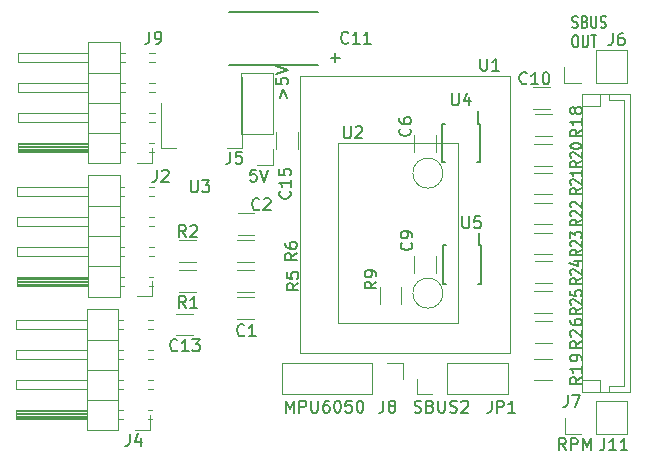
<source format=gbr>
G04 #@! TF.GenerationSoftware,KiCad,Pcbnew,7.0.1*
G04 #@! TF.CreationDate,2023-04-02T18:11:20+02:00*
G04 #@! TF.ProjectId,OXS_RP2040_Full,4f58535f-5250-4323-9034-305f46756c6c,rev?*
G04 #@! TF.SameCoordinates,Original*
G04 #@! TF.FileFunction,Legend,Top*
G04 #@! TF.FilePolarity,Positive*
%FSLAX46Y46*%
G04 Gerber Fmt 4.6, Leading zero omitted, Abs format (unit mm)*
G04 Created by KiCad (PCBNEW 7.0.1) date 2023-04-02 18:11:20*
%MOMM*%
%LPD*%
G01*
G04 APERTURE LIST*
%ADD10C,0.150000*%
%ADD11C,0.120000*%
%ADD12C,0.127000*%
G04 APERTURE END LIST*
D10*
X94385095Y-108111000D02*
X94527952Y-108158619D01*
X94527952Y-108158619D02*
X94766047Y-108158619D01*
X94766047Y-108158619D02*
X94861285Y-108111000D01*
X94861285Y-108111000D02*
X94908904Y-108063380D01*
X94908904Y-108063380D02*
X94956523Y-107968142D01*
X94956523Y-107968142D02*
X94956523Y-107872904D01*
X94956523Y-107872904D02*
X94908904Y-107777666D01*
X94908904Y-107777666D02*
X94861285Y-107730047D01*
X94861285Y-107730047D02*
X94766047Y-107682428D01*
X94766047Y-107682428D02*
X94575571Y-107634809D01*
X94575571Y-107634809D02*
X94480333Y-107587190D01*
X94480333Y-107587190D02*
X94432714Y-107539571D01*
X94432714Y-107539571D02*
X94385095Y-107444333D01*
X94385095Y-107444333D02*
X94385095Y-107349095D01*
X94385095Y-107349095D02*
X94432714Y-107253857D01*
X94432714Y-107253857D02*
X94480333Y-107206238D01*
X94480333Y-107206238D02*
X94575571Y-107158619D01*
X94575571Y-107158619D02*
X94813666Y-107158619D01*
X94813666Y-107158619D02*
X94956523Y-107206238D01*
X95718428Y-107634809D02*
X95861285Y-107682428D01*
X95861285Y-107682428D02*
X95908904Y-107730047D01*
X95908904Y-107730047D02*
X95956523Y-107825285D01*
X95956523Y-107825285D02*
X95956523Y-107968142D01*
X95956523Y-107968142D02*
X95908904Y-108063380D01*
X95908904Y-108063380D02*
X95861285Y-108111000D01*
X95861285Y-108111000D02*
X95766047Y-108158619D01*
X95766047Y-108158619D02*
X95385095Y-108158619D01*
X95385095Y-108158619D02*
X95385095Y-107158619D01*
X95385095Y-107158619D02*
X95718428Y-107158619D01*
X95718428Y-107158619D02*
X95813666Y-107206238D01*
X95813666Y-107206238D02*
X95861285Y-107253857D01*
X95861285Y-107253857D02*
X95908904Y-107349095D01*
X95908904Y-107349095D02*
X95908904Y-107444333D01*
X95908904Y-107444333D02*
X95861285Y-107539571D01*
X95861285Y-107539571D02*
X95813666Y-107587190D01*
X95813666Y-107587190D02*
X95718428Y-107634809D01*
X95718428Y-107634809D02*
X95385095Y-107634809D01*
X96385095Y-107158619D02*
X96385095Y-107968142D01*
X96385095Y-107968142D02*
X96432714Y-108063380D01*
X96432714Y-108063380D02*
X96480333Y-108111000D01*
X96480333Y-108111000D02*
X96575571Y-108158619D01*
X96575571Y-108158619D02*
X96766047Y-108158619D01*
X96766047Y-108158619D02*
X96861285Y-108111000D01*
X96861285Y-108111000D02*
X96908904Y-108063380D01*
X96908904Y-108063380D02*
X96956523Y-107968142D01*
X96956523Y-107968142D02*
X96956523Y-107158619D01*
X97385095Y-108111000D02*
X97527952Y-108158619D01*
X97527952Y-108158619D02*
X97766047Y-108158619D01*
X97766047Y-108158619D02*
X97861285Y-108111000D01*
X97861285Y-108111000D02*
X97908904Y-108063380D01*
X97908904Y-108063380D02*
X97956523Y-107968142D01*
X97956523Y-107968142D02*
X97956523Y-107872904D01*
X97956523Y-107872904D02*
X97908904Y-107777666D01*
X97908904Y-107777666D02*
X97861285Y-107730047D01*
X97861285Y-107730047D02*
X97766047Y-107682428D01*
X97766047Y-107682428D02*
X97575571Y-107634809D01*
X97575571Y-107634809D02*
X97480333Y-107587190D01*
X97480333Y-107587190D02*
X97432714Y-107539571D01*
X97432714Y-107539571D02*
X97385095Y-107444333D01*
X97385095Y-107444333D02*
X97385095Y-107349095D01*
X97385095Y-107349095D02*
X97432714Y-107253857D01*
X97432714Y-107253857D02*
X97480333Y-107206238D01*
X97480333Y-107206238D02*
X97575571Y-107158619D01*
X97575571Y-107158619D02*
X97813666Y-107158619D01*
X97813666Y-107158619D02*
X97956523Y-107206238D01*
X98337476Y-107253857D02*
X98385095Y-107206238D01*
X98385095Y-107206238D02*
X98480333Y-107158619D01*
X98480333Y-107158619D02*
X98718428Y-107158619D01*
X98718428Y-107158619D02*
X98813666Y-107206238D01*
X98813666Y-107206238D02*
X98861285Y-107253857D01*
X98861285Y-107253857D02*
X98908904Y-107349095D01*
X98908904Y-107349095D02*
X98908904Y-107444333D01*
X98908904Y-107444333D02*
X98861285Y-107587190D01*
X98861285Y-107587190D02*
X98289857Y-108158619D01*
X98289857Y-108158619D02*
X98908904Y-108158619D01*
X83479095Y-108158619D02*
X83479095Y-107158619D01*
X83479095Y-107158619D02*
X83812428Y-107872904D01*
X83812428Y-107872904D02*
X84145761Y-107158619D01*
X84145761Y-107158619D02*
X84145761Y-108158619D01*
X84621952Y-108158619D02*
X84621952Y-107158619D01*
X84621952Y-107158619D02*
X85002904Y-107158619D01*
X85002904Y-107158619D02*
X85098142Y-107206238D01*
X85098142Y-107206238D02*
X85145761Y-107253857D01*
X85145761Y-107253857D02*
X85193380Y-107349095D01*
X85193380Y-107349095D02*
X85193380Y-107491952D01*
X85193380Y-107491952D02*
X85145761Y-107587190D01*
X85145761Y-107587190D02*
X85098142Y-107634809D01*
X85098142Y-107634809D02*
X85002904Y-107682428D01*
X85002904Y-107682428D02*
X84621952Y-107682428D01*
X85621952Y-107158619D02*
X85621952Y-107968142D01*
X85621952Y-107968142D02*
X85669571Y-108063380D01*
X85669571Y-108063380D02*
X85717190Y-108111000D01*
X85717190Y-108111000D02*
X85812428Y-108158619D01*
X85812428Y-108158619D02*
X86002904Y-108158619D01*
X86002904Y-108158619D02*
X86098142Y-108111000D01*
X86098142Y-108111000D02*
X86145761Y-108063380D01*
X86145761Y-108063380D02*
X86193380Y-107968142D01*
X86193380Y-107968142D02*
X86193380Y-107158619D01*
X87098142Y-107158619D02*
X86907666Y-107158619D01*
X86907666Y-107158619D02*
X86812428Y-107206238D01*
X86812428Y-107206238D02*
X86764809Y-107253857D01*
X86764809Y-107253857D02*
X86669571Y-107396714D01*
X86669571Y-107396714D02*
X86621952Y-107587190D01*
X86621952Y-107587190D02*
X86621952Y-107968142D01*
X86621952Y-107968142D02*
X86669571Y-108063380D01*
X86669571Y-108063380D02*
X86717190Y-108111000D01*
X86717190Y-108111000D02*
X86812428Y-108158619D01*
X86812428Y-108158619D02*
X87002904Y-108158619D01*
X87002904Y-108158619D02*
X87098142Y-108111000D01*
X87098142Y-108111000D02*
X87145761Y-108063380D01*
X87145761Y-108063380D02*
X87193380Y-107968142D01*
X87193380Y-107968142D02*
X87193380Y-107730047D01*
X87193380Y-107730047D02*
X87145761Y-107634809D01*
X87145761Y-107634809D02*
X87098142Y-107587190D01*
X87098142Y-107587190D02*
X87002904Y-107539571D01*
X87002904Y-107539571D02*
X86812428Y-107539571D01*
X86812428Y-107539571D02*
X86717190Y-107587190D01*
X86717190Y-107587190D02*
X86669571Y-107634809D01*
X86669571Y-107634809D02*
X86621952Y-107730047D01*
X87812428Y-107158619D02*
X87907666Y-107158619D01*
X87907666Y-107158619D02*
X88002904Y-107206238D01*
X88002904Y-107206238D02*
X88050523Y-107253857D01*
X88050523Y-107253857D02*
X88098142Y-107349095D01*
X88098142Y-107349095D02*
X88145761Y-107539571D01*
X88145761Y-107539571D02*
X88145761Y-107777666D01*
X88145761Y-107777666D02*
X88098142Y-107968142D01*
X88098142Y-107968142D02*
X88050523Y-108063380D01*
X88050523Y-108063380D02*
X88002904Y-108111000D01*
X88002904Y-108111000D02*
X87907666Y-108158619D01*
X87907666Y-108158619D02*
X87812428Y-108158619D01*
X87812428Y-108158619D02*
X87717190Y-108111000D01*
X87717190Y-108111000D02*
X87669571Y-108063380D01*
X87669571Y-108063380D02*
X87621952Y-107968142D01*
X87621952Y-107968142D02*
X87574333Y-107777666D01*
X87574333Y-107777666D02*
X87574333Y-107539571D01*
X87574333Y-107539571D02*
X87621952Y-107349095D01*
X87621952Y-107349095D02*
X87669571Y-107253857D01*
X87669571Y-107253857D02*
X87717190Y-107206238D01*
X87717190Y-107206238D02*
X87812428Y-107158619D01*
X89050523Y-107158619D02*
X88574333Y-107158619D01*
X88574333Y-107158619D02*
X88526714Y-107634809D01*
X88526714Y-107634809D02*
X88574333Y-107587190D01*
X88574333Y-107587190D02*
X88669571Y-107539571D01*
X88669571Y-107539571D02*
X88907666Y-107539571D01*
X88907666Y-107539571D02*
X89002904Y-107587190D01*
X89002904Y-107587190D02*
X89050523Y-107634809D01*
X89050523Y-107634809D02*
X89098142Y-107730047D01*
X89098142Y-107730047D02*
X89098142Y-107968142D01*
X89098142Y-107968142D02*
X89050523Y-108063380D01*
X89050523Y-108063380D02*
X89002904Y-108111000D01*
X89002904Y-108111000D02*
X88907666Y-108158619D01*
X88907666Y-108158619D02*
X88669571Y-108158619D01*
X88669571Y-108158619D02*
X88574333Y-108111000D01*
X88574333Y-108111000D02*
X88526714Y-108063380D01*
X89717190Y-107158619D02*
X89812428Y-107158619D01*
X89812428Y-107158619D02*
X89907666Y-107206238D01*
X89907666Y-107206238D02*
X89955285Y-107253857D01*
X89955285Y-107253857D02*
X90002904Y-107349095D01*
X90002904Y-107349095D02*
X90050523Y-107539571D01*
X90050523Y-107539571D02*
X90050523Y-107777666D01*
X90050523Y-107777666D02*
X90002904Y-107968142D01*
X90002904Y-107968142D02*
X89955285Y-108063380D01*
X89955285Y-108063380D02*
X89907666Y-108111000D01*
X89907666Y-108111000D02*
X89812428Y-108158619D01*
X89812428Y-108158619D02*
X89717190Y-108158619D01*
X89717190Y-108158619D02*
X89621952Y-108111000D01*
X89621952Y-108111000D02*
X89574333Y-108063380D01*
X89574333Y-108063380D02*
X89526714Y-107968142D01*
X89526714Y-107968142D02*
X89479095Y-107777666D01*
X89479095Y-107777666D02*
X89479095Y-107539571D01*
X89479095Y-107539571D02*
X89526714Y-107349095D01*
X89526714Y-107349095D02*
X89574333Y-107253857D01*
X89574333Y-107253857D02*
X89621952Y-107206238D01*
X89621952Y-107206238D02*
X89717190Y-107158619D01*
X80962523Y-87600619D02*
X80486333Y-87600619D01*
X80486333Y-87600619D02*
X80438714Y-88076809D01*
X80438714Y-88076809D02*
X80486333Y-88029190D01*
X80486333Y-88029190D02*
X80581571Y-87981571D01*
X80581571Y-87981571D02*
X80819666Y-87981571D01*
X80819666Y-87981571D02*
X80914904Y-88029190D01*
X80914904Y-88029190D02*
X80962523Y-88076809D01*
X80962523Y-88076809D02*
X81010142Y-88172047D01*
X81010142Y-88172047D02*
X81010142Y-88410142D01*
X81010142Y-88410142D02*
X80962523Y-88505380D01*
X80962523Y-88505380D02*
X80914904Y-88553000D01*
X80914904Y-88553000D02*
X80819666Y-88600619D01*
X80819666Y-88600619D02*
X80581571Y-88600619D01*
X80581571Y-88600619D02*
X80486333Y-88553000D01*
X80486333Y-88553000D02*
X80438714Y-88505380D01*
X81295857Y-87600619D02*
X81629190Y-88600619D01*
X81629190Y-88600619D02*
X81962523Y-87600619D01*
X107721380Y-75553000D02*
X107835666Y-75600619D01*
X107835666Y-75600619D02*
X108026142Y-75600619D01*
X108026142Y-75600619D02*
X108102333Y-75553000D01*
X108102333Y-75553000D02*
X108140428Y-75505380D01*
X108140428Y-75505380D02*
X108178523Y-75410142D01*
X108178523Y-75410142D02*
X108178523Y-75314904D01*
X108178523Y-75314904D02*
X108140428Y-75219666D01*
X108140428Y-75219666D02*
X108102333Y-75172047D01*
X108102333Y-75172047D02*
X108026142Y-75124428D01*
X108026142Y-75124428D02*
X107873761Y-75076809D01*
X107873761Y-75076809D02*
X107797571Y-75029190D01*
X107797571Y-75029190D02*
X107759476Y-74981571D01*
X107759476Y-74981571D02*
X107721380Y-74886333D01*
X107721380Y-74886333D02*
X107721380Y-74791095D01*
X107721380Y-74791095D02*
X107759476Y-74695857D01*
X107759476Y-74695857D02*
X107797571Y-74648238D01*
X107797571Y-74648238D02*
X107873761Y-74600619D01*
X107873761Y-74600619D02*
X108064238Y-74600619D01*
X108064238Y-74600619D02*
X108178523Y-74648238D01*
X108788047Y-75076809D02*
X108902333Y-75124428D01*
X108902333Y-75124428D02*
X108940428Y-75172047D01*
X108940428Y-75172047D02*
X108978524Y-75267285D01*
X108978524Y-75267285D02*
X108978524Y-75410142D01*
X108978524Y-75410142D02*
X108940428Y-75505380D01*
X108940428Y-75505380D02*
X108902333Y-75553000D01*
X108902333Y-75553000D02*
X108826143Y-75600619D01*
X108826143Y-75600619D02*
X108521381Y-75600619D01*
X108521381Y-75600619D02*
X108521381Y-74600619D01*
X108521381Y-74600619D02*
X108788047Y-74600619D01*
X108788047Y-74600619D02*
X108864238Y-74648238D01*
X108864238Y-74648238D02*
X108902333Y-74695857D01*
X108902333Y-74695857D02*
X108940428Y-74791095D01*
X108940428Y-74791095D02*
X108940428Y-74886333D01*
X108940428Y-74886333D02*
X108902333Y-74981571D01*
X108902333Y-74981571D02*
X108864238Y-75029190D01*
X108864238Y-75029190D02*
X108788047Y-75076809D01*
X108788047Y-75076809D02*
X108521381Y-75076809D01*
X109321381Y-74600619D02*
X109321381Y-75410142D01*
X109321381Y-75410142D02*
X109359476Y-75505380D01*
X109359476Y-75505380D02*
X109397571Y-75553000D01*
X109397571Y-75553000D02*
X109473762Y-75600619D01*
X109473762Y-75600619D02*
X109626143Y-75600619D01*
X109626143Y-75600619D02*
X109702333Y-75553000D01*
X109702333Y-75553000D02*
X109740428Y-75505380D01*
X109740428Y-75505380D02*
X109778524Y-75410142D01*
X109778524Y-75410142D02*
X109778524Y-74600619D01*
X110121380Y-75553000D02*
X110235666Y-75600619D01*
X110235666Y-75600619D02*
X110426142Y-75600619D01*
X110426142Y-75600619D02*
X110502333Y-75553000D01*
X110502333Y-75553000D02*
X110540428Y-75505380D01*
X110540428Y-75505380D02*
X110578523Y-75410142D01*
X110578523Y-75410142D02*
X110578523Y-75314904D01*
X110578523Y-75314904D02*
X110540428Y-75219666D01*
X110540428Y-75219666D02*
X110502333Y-75172047D01*
X110502333Y-75172047D02*
X110426142Y-75124428D01*
X110426142Y-75124428D02*
X110273761Y-75076809D01*
X110273761Y-75076809D02*
X110197571Y-75029190D01*
X110197571Y-75029190D02*
X110159476Y-74981571D01*
X110159476Y-74981571D02*
X110121380Y-74886333D01*
X110121380Y-74886333D02*
X110121380Y-74791095D01*
X110121380Y-74791095D02*
X110159476Y-74695857D01*
X110159476Y-74695857D02*
X110197571Y-74648238D01*
X110197571Y-74648238D02*
X110273761Y-74600619D01*
X110273761Y-74600619D02*
X110464238Y-74600619D01*
X110464238Y-74600619D02*
X110578523Y-74648238D01*
X107911857Y-76220619D02*
X108064238Y-76220619D01*
X108064238Y-76220619D02*
X108140428Y-76268238D01*
X108140428Y-76268238D02*
X108216619Y-76363476D01*
X108216619Y-76363476D02*
X108254714Y-76553952D01*
X108254714Y-76553952D02*
X108254714Y-76887285D01*
X108254714Y-76887285D02*
X108216619Y-77077761D01*
X108216619Y-77077761D02*
X108140428Y-77173000D01*
X108140428Y-77173000D02*
X108064238Y-77220619D01*
X108064238Y-77220619D02*
X107911857Y-77220619D01*
X107911857Y-77220619D02*
X107835666Y-77173000D01*
X107835666Y-77173000D02*
X107759476Y-77077761D01*
X107759476Y-77077761D02*
X107721380Y-76887285D01*
X107721380Y-76887285D02*
X107721380Y-76553952D01*
X107721380Y-76553952D02*
X107759476Y-76363476D01*
X107759476Y-76363476D02*
X107835666Y-76268238D01*
X107835666Y-76268238D02*
X107911857Y-76220619D01*
X108597571Y-76220619D02*
X108597571Y-77030142D01*
X108597571Y-77030142D02*
X108635666Y-77125380D01*
X108635666Y-77125380D02*
X108673761Y-77173000D01*
X108673761Y-77173000D02*
X108749952Y-77220619D01*
X108749952Y-77220619D02*
X108902333Y-77220619D01*
X108902333Y-77220619D02*
X108978523Y-77173000D01*
X108978523Y-77173000D02*
X109016618Y-77125380D01*
X109016618Y-77125380D02*
X109054714Y-77030142D01*
X109054714Y-77030142D02*
X109054714Y-76220619D01*
X109321380Y-76220619D02*
X109778523Y-76220619D01*
X109549951Y-77220619D02*
X109549951Y-76220619D01*
X82980952Y-81549713D02*
X83266666Y-80787809D01*
X83266666Y-80787809D02*
X83552380Y-81549713D01*
X82647619Y-79835428D02*
X82647619Y-80311618D01*
X82647619Y-80311618D02*
X83123809Y-80359237D01*
X83123809Y-80359237D02*
X83076190Y-80311618D01*
X83076190Y-80311618D02*
X83028571Y-80216380D01*
X83028571Y-80216380D02*
X83028571Y-79978285D01*
X83028571Y-79978285D02*
X83076190Y-79883047D01*
X83076190Y-79883047D02*
X83123809Y-79835428D01*
X83123809Y-79835428D02*
X83219047Y-79787809D01*
X83219047Y-79787809D02*
X83457142Y-79787809D01*
X83457142Y-79787809D02*
X83552380Y-79835428D01*
X83552380Y-79835428D02*
X83600000Y-79883047D01*
X83600000Y-79883047D02*
X83647619Y-79978285D01*
X83647619Y-79978285D02*
X83647619Y-80216380D01*
X83647619Y-80216380D02*
X83600000Y-80311618D01*
X83600000Y-80311618D02*
X83552380Y-80359237D01*
X82647619Y-79502094D02*
X83647619Y-79168761D01*
X83647619Y-79168761D02*
X82647619Y-78835428D01*
X107188095Y-111333619D02*
X106854762Y-110857428D01*
X106616667Y-111333619D02*
X106616667Y-110333619D01*
X106616667Y-110333619D02*
X106997619Y-110333619D01*
X106997619Y-110333619D02*
X107092857Y-110381238D01*
X107092857Y-110381238D02*
X107140476Y-110428857D01*
X107140476Y-110428857D02*
X107188095Y-110524095D01*
X107188095Y-110524095D02*
X107188095Y-110666952D01*
X107188095Y-110666952D02*
X107140476Y-110762190D01*
X107140476Y-110762190D02*
X107092857Y-110809809D01*
X107092857Y-110809809D02*
X106997619Y-110857428D01*
X106997619Y-110857428D02*
X106616667Y-110857428D01*
X107616667Y-111333619D02*
X107616667Y-110333619D01*
X107616667Y-110333619D02*
X107997619Y-110333619D01*
X107997619Y-110333619D02*
X108092857Y-110381238D01*
X108092857Y-110381238D02*
X108140476Y-110428857D01*
X108140476Y-110428857D02*
X108188095Y-110524095D01*
X108188095Y-110524095D02*
X108188095Y-110666952D01*
X108188095Y-110666952D02*
X108140476Y-110762190D01*
X108140476Y-110762190D02*
X108092857Y-110809809D01*
X108092857Y-110809809D02*
X107997619Y-110857428D01*
X107997619Y-110857428D02*
X107616667Y-110857428D01*
X108616667Y-111333619D02*
X108616667Y-110333619D01*
X108616667Y-110333619D02*
X108950000Y-111047904D01*
X108950000Y-111047904D02*
X109283333Y-110333619D01*
X109283333Y-110333619D02*
X109283333Y-111333619D01*
X108539619Y-96780285D02*
X108063428Y-97046952D01*
X108539619Y-97237428D02*
X107539619Y-97237428D01*
X107539619Y-97237428D02*
X107539619Y-96932666D01*
X107539619Y-96932666D02*
X107587238Y-96856476D01*
X107587238Y-96856476D02*
X107634857Y-96818381D01*
X107634857Y-96818381D02*
X107730095Y-96780285D01*
X107730095Y-96780285D02*
X107872952Y-96780285D01*
X107872952Y-96780285D02*
X107968190Y-96818381D01*
X107968190Y-96818381D02*
X108015809Y-96856476D01*
X108015809Y-96856476D02*
X108063428Y-96932666D01*
X108063428Y-96932666D02*
X108063428Y-97237428D01*
X107634857Y-96475524D02*
X107587238Y-96437428D01*
X107587238Y-96437428D02*
X107539619Y-96361238D01*
X107539619Y-96361238D02*
X107539619Y-96170762D01*
X107539619Y-96170762D02*
X107587238Y-96094571D01*
X107587238Y-96094571D02*
X107634857Y-96056476D01*
X107634857Y-96056476D02*
X107730095Y-96018381D01*
X107730095Y-96018381D02*
X107825333Y-96018381D01*
X107825333Y-96018381D02*
X107968190Y-96056476D01*
X107968190Y-96056476D02*
X108539619Y-96513619D01*
X108539619Y-96513619D02*
X108539619Y-96018381D01*
X107872952Y-95332666D02*
X108539619Y-95332666D01*
X107492000Y-95523142D02*
X108206285Y-95713619D01*
X108206285Y-95713619D02*
X108206285Y-95218380D01*
X108539619Y-89160285D02*
X108063428Y-89426952D01*
X108539619Y-89617428D02*
X107539619Y-89617428D01*
X107539619Y-89617428D02*
X107539619Y-89312666D01*
X107539619Y-89312666D02*
X107587238Y-89236476D01*
X107587238Y-89236476D02*
X107634857Y-89198381D01*
X107634857Y-89198381D02*
X107730095Y-89160285D01*
X107730095Y-89160285D02*
X107872952Y-89160285D01*
X107872952Y-89160285D02*
X107968190Y-89198381D01*
X107968190Y-89198381D02*
X108015809Y-89236476D01*
X108015809Y-89236476D02*
X108063428Y-89312666D01*
X108063428Y-89312666D02*
X108063428Y-89617428D01*
X107634857Y-88855524D02*
X107587238Y-88817428D01*
X107587238Y-88817428D02*
X107539619Y-88741238D01*
X107539619Y-88741238D02*
X107539619Y-88550762D01*
X107539619Y-88550762D02*
X107587238Y-88474571D01*
X107587238Y-88474571D02*
X107634857Y-88436476D01*
X107634857Y-88436476D02*
X107730095Y-88398381D01*
X107730095Y-88398381D02*
X107825333Y-88398381D01*
X107825333Y-88398381D02*
X107968190Y-88436476D01*
X107968190Y-88436476D02*
X108539619Y-88893619D01*
X108539619Y-88893619D02*
X108539619Y-88398381D01*
X108539619Y-87636476D02*
X108539619Y-88093619D01*
X108539619Y-87865047D02*
X107539619Y-87865047D01*
X107539619Y-87865047D02*
X107682476Y-87941238D01*
X107682476Y-87941238D02*
X107777714Y-88017428D01*
X107777714Y-88017428D02*
X107825333Y-88093619D01*
X110442476Y-110333619D02*
X110442476Y-111047904D01*
X110442476Y-111047904D02*
X110394857Y-111190761D01*
X110394857Y-111190761D02*
X110299619Y-111286000D01*
X110299619Y-111286000D02*
X110156762Y-111333619D01*
X110156762Y-111333619D02*
X110061524Y-111333619D01*
X111442476Y-111333619D02*
X110871048Y-111333619D01*
X111156762Y-111333619D02*
X111156762Y-110333619D01*
X111156762Y-110333619D02*
X111061524Y-110476476D01*
X111061524Y-110476476D02*
X110966286Y-110571714D01*
X110966286Y-110571714D02*
X110871048Y-110619333D01*
X112394857Y-111333619D02*
X111823429Y-111333619D01*
X112109143Y-111333619D02*
X112109143Y-110333619D01*
X112109143Y-110333619D02*
X112013905Y-110476476D01*
X112013905Y-110476476D02*
X111918667Y-110571714D01*
X111918667Y-110571714D02*
X111823429Y-110619333D01*
X107362666Y-106650619D02*
X107362666Y-107364904D01*
X107362666Y-107364904D02*
X107315047Y-107507761D01*
X107315047Y-107507761D02*
X107219809Y-107603000D01*
X107219809Y-107603000D02*
X107076952Y-107650619D01*
X107076952Y-107650619D02*
X106981714Y-107650619D01*
X107743619Y-106650619D02*
X108410285Y-106650619D01*
X108410285Y-106650619D02*
X107981714Y-107650619D01*
X88392095Y-83917619D02*
X88392095Y-84727142D01*
X88392095Y-84727142D02*
X88439714Y-84822380D01*
X88439714Y-84822380D02*
X88487333Y-84870000D01*
X88487333Y-84870000D02*
X88582571Y-84917619D01*
X88582571Y-84917619D02*
X88773047Y-84917619D01*
X88773047Y-84917619D02*
X88868285Y-84870000D01*
X88868285Y-84870000D02*
X88915904Y-84822380D01*
X88915904Y-84822380D02*
X88963523Y-84727142D01*
X88963523Y-84727142D02*
X88963523Y-83917619D01*
X89392095Y-84012857D02*
X89439714Y-83965238D01*
X89439714Y-83965238D02*
X89534952Y-83917619D01*
X89534952Y-83917619D02*
X89773047Y-83917619D01*
X89773047Y-83917619D02*
X89868285Y-83965238D01*
X89868285Y-83965238D02*
X89915904Y-84012857D01*
X89915904Y-84012857D02*
X89963523Y-84108095D01*
X89963523Y-84108095D02*
X89963523Y-84203333D01*
X89963523Y-84203333D02*
X89915904Y-84346190D01*
X89915904Y-84346190D02*
X89344476Y-84917619D01*
X89344476Y-84917619D02*
X89963523Y-84917619D01*
X108539619Y-99320285D02*
X108063428Y-99586952D01*
X108539619Y-99777428D02*
X107539619Y-99777428D01*
X107539619Y-99777428D02*
X107539619Y-99472666D01*
X107539619Y-99472666D02*
X107587238Y-99396476D01*
X107587238Y-99396476D02*
X107634857Y-99358381D01*
X107634857Y-99358381D02*
X107730095Y-99320285D01*
X107730095Y-99320285D02*
X107872952Y-99320285D01*
X107872952Y-99320285D02*
X107968190Y-99358381D01*
X107968190Y-99358381D02*
X108015809Y-99396476D01*
X108015809Y-99396476D02*
X108063428Y-99472666D01*
X108063428Y-99472666D02*
X108063428Y-99777428D01*
X107634857Y-99015524D02*
X107587238Y-98977428D01*
X107587238Y-98977428D02*
X107539619Y-98901238D01*
X107539619Y-98901238D02*
X107539619Y-98710762D01*
X107539619Y-98710762D02*
X107587238Y-98634571D01*
X107587238Y-98634571D02*
X107634857Y-98596476D01*
X107634857Y-98596476D02*
X107730095Y-98558381D01*
X107730095Y-98558381D02*
X107825333Y-98558381D01*
X107825333Y-98558381D02*
X107968190Y-98596476D01*
X107968190Y-98596476D02*
X108539619Y-99053619D01*
X108539619Y-99053619D02*
X108539619Y-98558381D01*
X107539619Y-97834571D02*
X107539619Y-98215523D01*
X107539619Y-98215523D02*
X108015809Y-98253619D01*
X108015809Y-98253619D02*
X107968190Y-98215523D01*
X107968190Y-98215523D02*
X107920571Y-98139333D01*
X107920571Y-98139333D02*
X107920571Y-97948857D01*
X107920571Y-97948857D02*
X107968190Y-97872666D01*
X107968190Y-97872666D02*
X108015809Y-97834571D01*
X108015809Y-97834571D02*
X108111047Y-97796476D01*
X108111047Y-97796476D02*
X108349142Y-97796476D01*
X108349142Y-97796476D02*
X108444380Y-97834571D01*
X108444380Y-97834571D02*
X108492000Y-97872666D01*
X108492000Y-97872666D02*
X108539619Y-97948857D01*
X108539619Y-97948857D02*
X108539619Y-98139333D01*
X108539619Y-98139333D02*
X108492000Y-98215523D01*
X108492000Y-98215523D02*
X108444380Y-98253619D01*
X99949095Y-78202619D02*
X99949095Y-79012142D01*
X99949095Y-79012142D02*
X99996714Y-79107380D01*
X99996714Y-79107380D02*
X100044333Y-79155000D01*
X100044333Y-79155000D02*
X100139571Y-79202619D01*
X100139571Y-79202619D02*
X100330047Y-79202619D01*
X100330047Y-79202619D02*
X100425285Y-79155000D01*
X100425285Y-79155000D02*
X100472904Y-79107380D01*
X100472904Y-79107380D02*
X100520523Y-79012142D01*
X100520523Y-79012142D02*
X100520523Y-78202619D01*
X101520523Y-79202619D02*
X100949095Y-79202619D01*
X101234809Y-79202619D02*
X101234809Y-78202619D01*
X101234809Y-78202619D02*
X101139571Y-78345476D01*
X101139571Y-78345476D02*
X101044333Y-78440714D01*
X101044333Y-78440714D02*
X100949095Y-78488333D01*
X98425095Y-91537619D02*
X98425095Y-92347142D01*
X98425095Y-92347142D02*
X98472714Y-92442380D01*
X98472714Y-92442380D02*
X98520333Y-92490000D01*
X98520333Y-92490000D02*
X98615571Y-92537619D01*
X98615571Y-92537619D02*
X98806047Y-92537619D01*
X98806047Y-92537619D02*
X98901285Y-92490000D01*
X98901285Y-92490000D02*
X98948904Y-92442380D01*
X98948904Y-92442380D02*
X98996523Y-92347142D01*
X98996523Y-92347142D02*
X98996523Y-91537619D01*
X99948904Y-91537619D02*
X99472714Y-91537619D01*
X99472714Y-91537619D02*
X99425095Y-92013809D01*
X99425095Y-92013809D02*
X99472714Y-91966190D01*
X99472714Y-91966190D02*
X99567952Y-91918571D01*
X99567952Y-91918571D02*
X99806047Y-91918571D01*
X99806047Y-91918571D02*
X99901285Y-91966190D01*
X99901285Y-91966190D02*
X99948904Y-92013809D01*
X99948904Y-92013809D02*
X99996523Y-92109047D01*
X99996523Y-92109047D02*
X99996523Y-92347142D01*
X99996523Y-92347142D02*
X99948904Y-92442380D01*
X99948904Y-92442380D02*
X99901285Y-92490000D01*
X99901285Y-92490000D02*
X99806047Y-92537619D01*
X99806047Y-92537619D02*
X99567952Y-92537619D01*
X99567952Y-92537619D02*
X99472714Y-92490000D01*
X99472714Y-92490000D02*
X99425095Y-92442380D01*
X81240333Y-90918380D02*
X81192714Y-90966000D01*
X81192714Y-90966000D02*
X81049857Y-91013619D01*
X81049857Y-91013619D02*
X80954619Y-91013619D01*
X80954619Y-91013619D02*
X80811762Y-90966000D01*
X80811762Y-90966000D02*
X80716524Y-90870761D01*
X80716524Y-90870761D02*
X80668905Y-90775523D01*
X80668905Y-90775523D02*
X80621286Y-90585047D01*
X80621286Y-90585047D02*
X80621286Y-90442190D01*
X80621286Y-90442190D02*
X80668905Y-90251714D01*
X80668905Y-90251714D02*
X80716524Y-90156476D01*
X80716524Y-90156476D02*
X80811762Y-90061238D01*
X80811762Y-90061238D02*
X80954619Y-90013619D01*
X80954619Y-90013619D02*
X81049857Y-90013619D01*
X81049857Y-90013619D02*
X81192714Y-90061238D01*
X81192714Y-90061238D02*
X81240333Y-90108857D01*
X81621286Y-90108857D02*
X81668905Y-90061238D01*
X81668905Y-90061238D02*
X81764143Y-90013619D01*
X81764143Y-90013619D02*
X82002238Y-90013619D01*
X82002238Y-90013619D02*
X82097476Y-90061238D01*
X82097476Y-90061238D02*
X82145095Y-90108857D01*
X82145095Y-90108857D02*
X82192714Y-90204095D01*
X82192714Y-90204095D02*
X82192714Y-90299333D01*
X82192714Y-90299333D02*
X82145095Y-90442190D01*
X82145095Y-90442190D02*
X81573667Y-91013619D01*
X81573667Y-91013619D02*
X82192714Y-91013619D01*
X71929666Y-75916619D02*
X71929666Y-76630904D01*
X71929666Y-76630904D02*
X71882047Y-76773761D01*
X71882047Y-76773761D02*
X71786809Y-76869000D01*
X71786809Y-76869000D02*
X71643952Y-76916619D01*
X71643952Y-76916619D02*
X71548714Y-76916619D01*
X72453476Y-76916619D02*
X72643952Y-76916619D01*
X72643952Y-76916619D02*
X72739190Y-76869000D01*
X72739190Y-76869000D02*
X72786809Y-76821380D01*
X72786809Y-76821380D02*
X72882047Y-76678523D01*
X72882047Y-76678523D02*
X72929666Y-76488047D01*
X72929666Y-76488047D02*
X72929666Y-76107095D01*
X72929666Y-76107095D02*
X72882047Y-76011857D01*
X72882047Y-76011857D02*
X72834428Y-75964238D01*
X72834428Y-75964238D02*
X72739190Y-75916619D01*
X72739190Y-75916619D02*
X72548714Y-75916619D01*
X72548714Y-75916619D02*
X72453476Y-75964238D01*
X72453476Y-75964238D02*
X72405857Y-76011857D01*
X72405857Y-76011857D02*
X72358238Y-76107095D01*
X72358238Y-76107095D02*
X72358238Y-76345190D01*
X72358238Y-76345190D02*
X72405857Y-76440428D01*
X72405857Y-76440428D02*
X72453476Y-76488047D01*
X72453476Y-76488047D02*
X72548714Y-76535666D01*
X72548714Y-76535666D02*
X72739190Y-76535666D01*
X72739190Y-76535666D02*
X72834428Y-76488047D01*
X72834428Y-76488047D02*
X72882047Y-76440428D01*
X72882047Y-76440428D02*
X72929666Y-76345190D01*
X84536619Y-97194666D02*
X84060428Y-97527999D01*
X84536619Y-97766094D02*
X83536619Y-97766094D01*
X83536619Y-97766094D02*
X83536619Y-97385142D01*
X83536619Y-97385142D02*
X83584238Y-97289904D01*
X83584238Y-97289904D02*
X83631857Y-97242285D01*
X83631857Y-97242285D02*
X83727095Y-97194666D01*
X83727095Y-97194666D02*
X83869952Y-97194666D01*
X83869952Y-97194666D02*
X83965190Y-97242285D01*
X83965190Y-97242285D02*
X84012809Y-97289904D01*
X84012809Y-97289904D02*
X84060428Y-97385142D01*
X84060428Y-97385142D02*
X84060428Y-97766094D01*
X83536619Y-96289904D02*
X83536619Y-96766094D01*
X83536619Y-96766094D02*
X84012809Y-96813713D01*
X84012809Y-96813713D02*
X83965190Y-96766094D01*
X83965190Y-96766094D02*
X83917571Y-96670856D01*
X83917571Y-96670856D02*
X83917571Y-96432761D01*
X83917571Y-96432761D02*
X83965190Y-96337523D01*
X83965190Y-96337523D02*
X84012809Y-96289904D01*
X84012809Y-96289904D02*
X84108047Y-96242285D01*
X84108047Y-96242285D02*
X84346142Y-96242285D01*
X84346142Y-96242285D02*
X84441380Y-96289904D01*
X84441380Y-96289904D02*
X84489000Y-96337523D01*
X84489000Y-96337523D02*
X84536619Y-96432761D01*
X84536619Y-96432761D02*
X84536619Y-96670856D01*
X84536619Y-96670856D02*
X84489000Y-96766094D01*
X84489000Y-96766094D02*
X84441380Y-96813713D01*
X111152666Y-76043619D02*
X111152666Y-76757904D01*
X111152666Y-76757904D02*
X111105047Y-76900761D01*
X111105047Y-76900761D02*
X111009809Y-76996000D01*
X111009809Y-76996000D02*
X110866952Y-77043619D01*
X110866952Y-77043619D02*
X110771714Y-77043619D01*
X112057428Y-76043619D02*
X111866952Y-76043619D01*
X111866952Y-76043619D02*
X111771714Y-76091238D01*
X111771714Y-76091238D02*
X111724095Y-76138857D01*
X111724095Y-76138857D02*
X111628857Y-76281714D01*
X111628857Y-76281714D02*
X111581238Y-76472190D01*
X111581238Y-76472190D02*
X111581238Y-76853142D01*
X111581238Y-76853142D02*
X111628857Y-76948380D01*
X111628857Y-76948380D02*
X111676476Y-76996000D01*
X111676476Y-76996000D02*
X111771714Y-77043619D01*
X111771714Y-77043619D02*
X111962190Y-77043619D01*
X111962190Y-77043619D02*
X112057428Y-76996000D01*
X112057428Y-76996000D02*
X112105047Y-76948380D01*
X112105047Y-76948380D02*
X112152666Y-76853142D01*
X112152666Y-76853142D02*
X112152666Y-76615047D01*
X112152666Y-76615047D02*
X112105047Y-76519809D01*
X112105047Y-76519809D02*
X112057428Y-76472190D01*
X112057428Y-76472190D02*
X111962190Y-76424571D01*
X111962190Y-76424571D02*
X111771714Y-76424571D01*
X111771714Y-76424571D02*
X111676476Y-76472190D01*
X111676476Y-76472190D02*
X111628857Y-76519809D01*
X111628857Y-76519809D02*
X111581238Y-76615047D01*
X84409619Y-94654666D02*
X83933428Y-94987999D01*
X84409619Y-95226094D02*
X83409619Y-95226094D01*
X83409619Y-95226094D02*
X83409619Y-94845142D01*
X83409619Y-94845142D02*
X83457238Y-94749904D01*
X83457238Y-94749904D02*
X83504857Y-94702285D01*
X83504857Y-94702285D02*
X83600095Y-94654666D01*
X83600095Y-94654666D02*
X83742952Y-94654666D01*
X83742952Y-94654666D02*
X83838190Y-94702285D01*
X83838190Y-94702285D02*
X83885809Y-94749904D01*
X83885809Y-94749904D02*
X83933428Y-94845142D01*
X83933428Y-94845142D02*
X83933428Y-95226094D01*
X83409619Y-93797523D02*
X83409619Y-93987999D01*
X83409619Y-93987999D02*
X83457238Y-94083237D01*
X83457238Y-94083237D02*
X83504857Y-94130856D01*
X83504857Y-94130856D02*
X83647714Y-94226094D01*
X83647714Y-94226094D02*
X83838190Y-94273713D01*
X83838190Y-94273713D02*
X84219142Y-94273713D01*
X84219142Y-94273713D02*
X84314380Y-94226094D01*
X84314380Y-94226094D02*
X84362000Y-94178475D01*
X84362000Y-94178475D02*
X84409619Y-94083237D01*
X84409619Y-94083237D02*
X84409619Y-93892761D01*
X84409619Y-93892761D02*
X84362000Y-93797523D01*
X84362000Y-93797523D02*
X84314380Y-93749904D01*
X84314380Y-93749904D02*
X84219142Y-93702285D01*
X84219142Y-93702285D02*
X83981047Y-93702285D01*
X83981047Y-93702285D02*
X83885809Y-93749904D01*
X83885809Y-93749904D02*
X83838190Y-93797523D01*
X83838190Y-93797523D02*
X83790571Y-93892761D01*
X83790571Y-93892761D02*
X83790571Y-94083237D01*
X83790571Y-94083237D02*
X83838190Y-94178475D01*
X83838190Y-94178475D02*
X83885809Y-94226094D01*
X83885809Y-94226094D02*
X83981047Y-94273713D01*
X108539619Y-91827285D02*
X108063428Y-92093952D01*
X108539619Y-92284428D02*
X107539619Y-92284428D01*
X107539619Y-92284428D02*
X107539619Y-91979666D01*
X107539619Y-91979666D02*
X107587238Y-91903476D01*
X107587238Y-91903476D02*
X107634857Y-91865381D01*
X107634857Y-91865381D02*
X107730095Y-91827285D01*
X107730095Y-91827285D02*
X107872952Y-91827285D01*
X107872952Y-91827285D02*
X107968190Y-91865381D01*
X107968190Y-91865381D02*
X108015809Y-91903476D01*
X108015809Y-91903476D02*
X108063428Y-91979666D01*
X108063428Y-91979666D02*
X108063428Y-92284428D01*
X107634857Y-91522524D02*
X107587238Y-91484428D01*
X107587238Y-91484428D02*
X107539619Y-91408238D01*
X107539619Y-91408238D02*
X107539619Y-91217762D01*
X107539619Y-91217762D02*
X107587238Y-91141571D01*
X107587238Y-91141571D02*
X107634857Y-91103476D01*
X107634857Y-91103476D02*
X107730095Y-91065381D01*
X107730095Y-91065381D02*
X107825333Y-91065381D01*
X107825333Y-91065381D02*
X107968190Y-91103476D01*
X107968190Y-91103476D02*
X108539619Y-91560619D01*
X108539619Y-91560619D02*
X108539619Y-91065381D01*
X107634857Y-90760619D02*
X107587238Y-90722523D01*
X107587238Y-90722523D02*
X107539619Y-90646333D01*
X107539619Y-90646333D02*
X107539619Y-90455857D01*
X107539619Y-90455857D02*
X107587238Y-90379666D01*
X107587238Y-90379666D02*
X107634857Y-90341571D01*
X107634857Y-90341571D02*
X107730095Y-90303476D01*
X107730095Y-90303476D02*
X107825333Y-90303476D01*
X107825333Y-90303476D02*
X107968190Y-90341571D01*
X107968190Y-90341571D02*
X108539619Y-90798714D01*
X108539619Y-90798714D02*
X108539619Y-90303476D01*
X108539619Y-94367285D02*
X108063428Y-94633952D01*
X108539619Y-94824428D02*
X107539619Y-94824428D01*
X107539619Y-94824428D02*
X107539619Y-94519666D01*
X107539619Y-94519666D02*
X107587238Y-94443476D01*
X107587238Y-94443476D02*
X107634857Y-94405381D01*
X107634857Y-94405381D02*
X107730095Y-94367285D01*
X107730095Y-94367285D02*
X107872952Y-94367285D01*
X107872952Y-94367285D02*
X107968190Y-94405381D01*
X107968190Y-94405381D02*
X108015809Y-94443476D01*
X108015809Y-94443476D02*
X108063428Y-94519666D01*
X108063428Y-94519666D02*
X108063428Y-94824428D01*
X107634857Y-94062524D02*
X107587238Y-94024428D01*
X107587238Y-94024428D02*
X107539619Y-93948238D01*
X107539619Y-93948238D02*
X107539619Y-93757762D01*
X107539619Y-93757762D02*
X107587238Y-93681571D01*
X107587238Y-93681571D02*
X107634857Y-93643476D01*
X107634857Y-93643476D02*
X107730095Y-93605381D01*
X107730095Y-93605381D02*
X107825333Y-93605381D01*
X107825333Y-93605381D02*
X107968190Y-93643476D01*
X107968190Y-93643476D02*
X108539619Y-94100619D01*
X108539619Y-94100619D02*
X108539619Y-93605381D01*
X107539619Y-93338714D02*
X107539619Y-92843476D01*
X107539619Y-92843476D02*
X107920571Y-93110142D01*
X107920571Y-93110142D02*
X107920571Y-92995857D01*
X107920571Y-92995857D02*
X107968190Y-92919666D01*
X107968190Y-92919666D02*
X108015809Y-92881571D01*
X108015809Y-92881571D02*
X108111047Y-92843476D01*
X108111047Y-92843476D02*
X108349142Y-92843476D01*
X108349142Y-92843476D02*
X108444380Y-92881571D01*
X108444380Y-92881571D02*
X108492000Y-92919666D01*
X108492000Y-92919666D02*
X108539619Y-92995857D01*
X108539619Y-92995857D02*
X108539619Y-93224428D01*
X108539619Y-93224428D02*
X108492000Y-93300619D01*
X108492000Y-93300619D02*
X108444380Y-93338714D01*
X97536095Y-81123619D02*
X97536095Y-81933142D01*
X97536095Y-81933142D02*
X97583714Y-82028380D01*
X97583714Y-82028380D02*
X97631333Y-82076000D01*
X97631333Y-82076000D02*
X97726571Y-82123619D01*
X97726571Y-82123619D02*
X97917047Y-82123619D01*
X97917047Y-82123619D02*
X98012285Y-82076000D01*
X98012285Y-82076000D02*
X98059904Y-82028380D01*
X98059904Y-82028380D02*
X98107523Y-81933142D01*
X98107523Y-81933142D02*
X98107523Y-81123619D01*
X99012285Y-81456952D02*
X99012285Y-82123619D01*
X98774190Y-81076000D02*
X98536095Y-81790285D01*
X98536095Y-81790285D02*
X99155142Y-81790285D01*
X108539619Y-102115857D02*
X108063428Y-102449190D01*
X108539619Y-102687285D02*
X107539619Y-102687285D01*
X107539619Y-102687285D02*
X107539619Y-102306333D01*
X107539619Y-102306333D02*
X107587238Y-102211095D01*
X107587238Y-102211095D02*
X107634857Y-102163476D01*
X107634857Y-102163476D02*
X107730095Y-102115857D01*
X107730095Y-102115857D02*
X107872952Y-102115857D01*
X107872952Y-102115857D02*
X107968190Y-102163476D01*
X107968190Y-102163476D02*
X108015809Y-102211095D01*
X108015809Y-102211095D02*
X108063428Y-102306333D01*
X108063428Y-102306333D02*
X108063428Y-102687285D01*
X107634857Y-101734904D02*
X107587238Y-101687285D01*
X107587238Y-101687285D02*
X107539619Y-101592047D01*
X107539619Y-101592047D02*
X107539619Y-101353952D01*
X107539619Y-101353952D02*
X107587238Y-101258714D01*
X107587238Y-101258714D02*
X107634857Y-101211095D01*
X107634857Y-101211095D02*
X107730095Y-101163476D01*
X107730095Y-101163476D02*
X107825333Y-101163476D01*
X107825333Y-101163476D02*
X107968190Y-101211095D01*
X107968190Y-101211095D02*
X108539619Y-101782523D01*
X108539619Y-101782523D02*
X108539619Y-101163476D01*
X107539619Y-100306333D02*
X107539619Y-100496809D01*
X107539619Y-100496809D02*
X107587238Y-100592047D01*
X107587238Y-100592047D02*
X107634857Y-100639666D01*
X107634857Y-100639666D02*
X107777714Y-100734904D01*
X107777714Y-100734904D02*
X107968190Y-100782523D01*
X107968190Y-100782523D02*
X108349142Y-100782523D01*
X108349142Y-100782523D02*
X108444380Y-100734904D01*
X108444380Y-100734904D02*
X108492000Y-100687285D01*
X108492000Y-100687285D02*
X108539619Y-100592047D01*
X108539619Y-100592047D02*
X108539619Y-100401571D01*
X108539619Y-100401571D02*
X108492000Y-100306333D01*
X108492000Y-100306333D02*
X108444380Y-100258714D01*
X108444380Y-100258714D02*
X108349142Y-100211095D01*
X108349142Y-100211095D02*
X108111047Y-100211095D01*
X108111047Y-100211095D02*
X108015809Y-100258714D01*
X108015809Y-100258714D02*
X107968190Y-100306333D01*
X107968190Y-100306333D02*
X107920571Y-100401571D01*
X107920571Y-100401571D02*
X107920571Y-100592047D01*
X107920571Y-100592047D02*
X107968190Y-100687285D01*
X107968190Y-100687285D02*
X108015809Y-100734904D01*
X108015809Y-100734904D02*
X108111047Y-100782523D01*
X94093380Y-93765666D02*
X94141000Y-93813285D01*
X94141000Y-93813285D02*
X94188619Y-93956142D01*
X94188619Y-93956142D02*
X94188619Y-94051380D01*
X94188619Y-94051380D02*
X94141000Y-94194237D01*
X94141000Y-94194237D02*
X94045761Y-94289475D01*
X94045761Y-94289475D02*
X93950523Y-94337094D01*
X93950523Y-94337094D02*
X93760047Y-94384713D01*
X93760047Y-94384713D02*
X93617190Y-94384713D01*
X93617190Y-94384713D02*
X93426714Y-94337094D01*
X93426714Y-94337094D02*
X93331476Y-94289475D01*
X93331476Y-94289475D02*
X93236238Y-94194237D01*
X93236238Y-94194237D02*
X93188619Y-94051380D01*
X93188619Y-94051380D02*
X93188619Y-93956142D01*
X93188619Y-93956142D02*
X93236238Y-93813285D01*
X93236238Y-93813285D02*
X93283857Y-93765666D01*
X94188619Y-93289475D02*
X94188619Y-93098999D01*
X94188619Y-93098999D02*
X94141000Y-93003761D01*
X94141000Y-93003761D02*
X94093380Y-92956142D01*
X94093380Y-92956142D02*
X93950523Y-92860904D01*
X93950523Y-92860904D02*
X93760047Y-92813285D01*
X93760047Y-92813285D02*
X93379095Y-92813285D01*
X93379095Y-92813285D02*
X93283857Y-92860904D01*
X93283857Y-92860904D02*
X93236238Y-92908523D01*
X93236238Y-92908523D02*
X93188619Y-93003761D01*
X93188619Y-93003761D02*
X93188619Y-93194237D01*
X93188619Y-93194237D02*
X93236238Y-93289475D01*
X93236238Y-93289475D02*
X93283857Y-93337094D01*
X93283857Y-93337094D02*
X93379095Y-93384713D01*
X93379095Y-93384713D02*
X93617190Y-93384713D01*
X93617190Y-93384713D02*
X93712428Y-93337094D01*
X93712428Y-93337094D02*
X93760047Y-93289475D01*
X93760047Y-93289475D02*
X93807666Y-93194237D01*
X93807666Y-93194237D02*
X93807666Y-93003761D01*
X93807666Y-93003761D02*
X93760047Y-92908523D01*
X93760047Y-92908523D02*
X93712428Y-92860904D01*
X93712428Y-92860904D02*
X93617190Y-92813285D01*
X108539619Y-84208857D02*
X108063428Y-84542190D01*
X108539619Y-84780285D02*
X107539619Y-84780285D01*
X107539619Y-84780285D02*
X107539619Y-84399333D01*
X107539619Y-84399333D02*
X107587238Y-84304095D01*
X107587238Y-84304095D02*
X107634857Y-84256476D01*
X107634857Y-84256476D02*
X107730095Y-84208857D01*
X107730095Y-84208857D02*
X107872952Y-84208857D01*
X107872952Y-84208857D02*
X107968190Y-84256476D01*
X107968190Y-84256476D02*
X108015809Y-84304095D01*
X108015809Y-84304095D02*
X108063428Y-84399333D01*
X108063428Y-84399333D02*
X108063428Y-84780285D01*
X108539619Y-83256476D02*
X108539619Y-83827904D01*
X108539619Y-83542190D02*
X107539619Y-83542190D01*
X107539619Y-83542190D02*
X107682476Y-83637428D01*
X107682476Y-83637428D02*
X107777714Y-83732666D01*
X107777714Y-83732666D02*
X107825333Y-83827904D01*
X107968190Y-82685047D02*
X107920571Y-82780285D01*
X107920571Y-82780285D02*
X107872952Y-82827904D01*
X107872952Y-82827904D02*
X107777714Y-82875523D01*
X107777714Y-82875523D02*
X107730095Y-82875523D01*
X107730095Y-82875523D02*
X107634857Y-82827904D01*
X107634857Y-82827904D02*
X107587238Y-82780285D01*
X107587238Y-82780285D02*
X107539619Y-82685047D01*
X107539619Y-82685047D02*
X107539619Y-82494571D01*
X107539619Y-82494571D02*
X107587238Y-82399333D01*
X107587238Y-82399333D02*
X107634857Y-82351714D01*
X107634857Y-82351714D02*
X107730095Y-82304095D01*
X107730095Y-82304095D02*
X107777714Y-82304095D01*
X107777714Y-82304095D02*
X107872952Y-82351714D01*
X107872952Y-82351714D02*
X107920571Y-82399333D01*
X107920571Y-82399333D02*
X107968190Y-82494571D01*
X107968190Y-82494571D02*
X107968190Y-82685047D01*
X107968190Y-82685047D02*
X108015809Y-82780285D01*
X108015809Y-82780285D02*
X108063428Y-82827904D01*
X108063428Y-82827904D02*
X108158666Y-82875523D01*
X108158666Y-82875523D02*
X108349142Y-82875523D01*
X108349142Y-82875523D02*
X108444380Y-82827904D01*
X108444380Y-82827904D02*
X108492000Y-82780285D01*
X108492000Y-82780285D02*
X108539619Y-82685047D01*
X108539619Y-82685047D02*
X108539619Y-82494571D01*
X108539619Y-82494571D02*
X108492000Y-82399333D01*
X108492000Y-82399333D02*
X108444380Y-82351714D01*
X108444380Y-82351714D02*
X108349142Y-82304095D01*
X108349142Y-82304095D02*
X108158666Y-82304095D01*
X108158666Y-82304095D02*
X108063428Y-82351714D01*
X108063428Y-82351714D02*
X108015809Y-82399333D01*
X108015809Y-82399333D02*
X107968190Y-82494571D01*
X79970333Y-101586380D02*
X79922714Y-101634000D01*
X79922714Y-101634000D02*
X79779857Y-101681619D01*
X79779857Y-101681619D02*
X79684619Y-101681619D01*
X79684619Y-101681619D02*
X79541762Y-101634000D01*
X79541762Y-101634000D02*
X79446524Y-101538761D01*
X79446524Y-101538761D02*
X79398905Y-101443523D01*
X79398905Y-101443523D02*
X79351286Y-101253047D01*
X79351286Y-101253047D02*
X79351286Y-101110190D01*
X79351286Y-101110190D02*
X79398905Y-100919714D01*
X79398905Y-100919714D02*
X79446524Y-100824476D01*
X79446524Y-100824476D02*
X79541762Y-100729238D01*
X79541762Y-100729238D02*
X79684619Y-100681619D01*
X79684619Y-100681619D02*
X79779857Y-100681619D01*
X79779857Y-100681619D02*
X79922714Y-100729238D01*
X79922714Y-100729238D02*
X79970333Y-100776857D01*
X80922714Y-101681619D02*
X80351286Y-101681619D01*
X80637000Y-101681619D02*
X80637000Y-100681619D01*
X80637000Y-100681619D02*
X80541762Y-100824476D01*
X80541762Y-100824476D02*
X80446524Y-100919714D01*
X80446524Y-100919714D02*
X80351286Y-100967333D01*
X108539619Y-86874285D02*
X108063428Y-87140952D01*
X108539619Y-87331428D02*
X107539619Y-87331428D01*
X107539619Y-87331428D02*
X107539619Y-87026666D01*
X107539619Y-87026666D02*
X107587238Y-86950476D01*
X107587238Y-86950476D02*
X107634857Y-86912381D01*
X107634857Y-86912381D02*
X107730095Y-86874285D01*
X107730095Y-86874285D02*
X107872952Y-86874285D01*
X107872952Y-86874285D02*
X107968190Y-86912381D01*
X107968190Y-86912381D02*
X108015809Y-86950476D01*
X108015809Y-86950476D02*
X108063428Y-87026666D01*
X108063428Y-87026666D02*
X108063428Y-87331428D01*
X107634857Y-86569524D02*
X107587238Y-86531428D01*
X107587238Y-86531428D02*
X107539619Y-86455238D01*
X107539619Y-86455238D02*
X107539619Y-86264762D01*
X107539619Y-86264762D02*
X107587238Y-86188571D01*
X107587238Y-86188571D02*
X107634857Y-86150476D01*
X107634857Y-86150476D02*
X107730095Y-86112381D01*
X107730095Y-86112381D02*
X107825333Y-86112381D01*
X107825333Y-86112381D02*
X107968190Y-86150476D01*
X107968190Y-86150476D02*
X108539619Y-86607619D01*
X108539619Y-86607619D02*
X108539619Y-86112381D01*
X107539619Y-85617142D02*
X107539619Y-85540952D01*
X107539619Y-85540952D02*
X107587238Y-85464761D01*
X107587238Y-85464761D02*
X107634857Y-85426666D01*
X107634857Y-85426666D02*
X107730095Y-85388571D01*
X107730095Y-85388571D02*
X107920571Y-85350476D01*
X107920571Y-85350476D02*
X108158666Y-85350476D01*
X108158666Y-85350476D02*
X108349142Y-85388571D01*
X108349142Y-85388571D02*
X108444380Y-85426666D01*
X108444380Y-85426666D02*
X108492000Y-85464761D01*
X108492000Y-85464761D02*
X108539619Y-85540952D01*
X108539619Y-85540952D02*
X108539619Y-85617142D01*
X108539619Y-85617142D02*
X108492000Y-85693333D01*
X108492000Y-85693333D02*
X108444380Y-85731428D01*
X108444380Y-85731428D02*
X108349142Y-85769523D01*
X108349142Y-85769523D02*
X108158666Y-85807619D01*
X108158666Y-85807619D02*
X107920571Y-85807619D01*
X107920571Y-85807619D02*
X107730095Y-85769523D01*
X107730095Y-85769523D02*
X107634857Y-85731428D01*
X107634857Y-85731428D02*
X107587238Y-85693333D01*
X107587238Y-85693333D02*
X107539619Y-85617142D01*
X75017333Y-93299619D02*
X74684000Y-92823428D01*
X74445905Y-93299619D02*
X74445905Y-92299619D01*
X74445905Y-92299619D02*
X74826857Y-92299619D01*
X74826857Y-92299619D02*
X74922095Y-92347238D01*
X74922095Y-92347238D02*
X74969714Y-92394857D01*
X74969714Y-92394857D02*
X75017333Y-92490095D01*
X75017333Y-92490095D02*
X75017333Y-92632952D01*
X75017333Y-92632952D02*
X74969714Y-92728190D01*
X74969714Y-92728190D02*
X74922095Y-92775809D01*
X74922095Y-92775809D02*
X74826857Y-92823428D01*
X74826857Y-92823428D02*
X74445905Y-92823428D01*
X75398286Y-92394857D02*
X75445905Y-92347238D01*
X75445905Y-92347238D02*
X75541143Y-92299619D01*
X75541143Y-92299619D02*
X75779238Y-92299619D01*
X75779238Y-92299619D02*
X75874476Y-92347238D01*
X75874476Y-92347238D02*
X75922095Y-92394857D01*
X75922095Y-92394857D02*
X75969714Y-92490095D01*
X75969714Y-92490095D02*
X75969714Y-92585333D01*
X75969714Y-92585333D02*
X75922095Y-92728190D01*
X75922095Y-92728190D02*
X75350667Y-93299619D01*
X75350667Y-93299619D02*
X75969714Y-93299619D01*
X72564666Y-87600619D02*
X72564666Y-88314904D01*
X72564666Y-88314904D02*
X72517047Y-88457761D01*
X72517047Y-88457761D02*
X72421809Y-88553000D01*
X72421809Y-88553000D02*
X72278952Y-88600619D01*
X72278952Y-88600619D02*
X72183714Y-88600619D01*
X72993238Y-87695857D02*
X73040857Y-87648238D01*
X73040857Y-87648238D02*
X73136095Y-87600619D01*
X73136095Y-87600619D02*
X73374190Y-87600619D01*
X73374190Y-87600619D02*
X73469428Y-87648238D01*
X73469428Y-87648238D02*
X73517047Y-87695857D01*
X73517047Y-87695857D02*
X73564666Y-87791095D01*
X73564666Y-87791095D02*
X73564666Y-87886333D01*
X73564666Y-87886333D02*
X73517047Y-88029190D01*
X73517047Y-88029190D02*
X72945619Y-88600619D01*
X72945619Y-88600619D02*
X73564666Y-88600619D01*
X74287142Y-102856380D02*
X74239523Y-102904000D01*
X74239523Y-102904000D02*
X74096666Y-102951619D01*
X74096666Y-102951619D02*
X74001428Y-102951619D01*
X74001428Y-102951619D02*
X73858571Y-102904000D01*
X73858571Y-102904000D02*
X73763333Y-102808761D01*
X73763333Y-102808761D02*
X73715714Y-102713523D01*
X73715714Y-102713523D02*
X73668095Y-102523047D01*
X73668095Y-102523047D02*
X73668095Y-102380190D01*
X73668095Y-102380190D02*
X73715714Y-102189714D01*
X73715714Y-102189714D02*
X73763333Y-102094476D01*
X73763333Y-102094476D02*
X73858571Y-101999238D01*
X73858571Y-101999238D02*
X74001428Y-101951619D01*
X74001428Y-101951619D02*
X74096666Y-101951619D01*
X74096666Y-101951619D02*
X74239523Y-101999238D01*
X74239523Y-101999238D02*
X74287142Y-102046857D01*
X75239523Y-102951619D02*
X74668095Y-102951619D01*
X74953809Y-102951619D02*
X74953809Y-101951619D01*
X74953809Y-101951619D02*
X74858571Y-102094476D01*
X74858571Y-102094476D02*
X74763333Y-102189714D01*
X74763333Y-102189714D02*
X74668095Y-102237333D01*
X75572857Y-101951619D02*
X76191904Y-101951619D01*
X76191904Y-101951619D02*
X75858571Y-102332571D01*
X75858571Y-102332571D02*
X76001428Y-102332571D01*
X76001428Y-102332571D02*
X76096666Y-102380190D01*
X76096666Y-102380190D02*
X76144285Y-102427809D01*
X76144285Y-102427809D02*
X76191904Y-102523047D01*
X76191904Y-102523047D02*
X76191904Y-102761142D01*
X76191904Y-102761142D02*
X76144285Y-102856380D01*
X76144285Y-102856380D02*
X76096666Y-102904000D01*
X76096666Y-102904000D02*
X76001428Y-102951619D01*
X76001428Y-102951619D02*
X75715714Y-102951619D01*
X75715714Y-102951619D02*
X75620476Y-102904000D01*
X75620476Y-102904000D02*
X75572857Y-102856380D01*
X88765142Y-76821380D02*
X88717523Y-76869000D01*
X88717523Y-76869000D02*
X88574666Y-76916619D01*
X88574666Y-76916619D02*
X88479428Y-76916619D01*
X88479428Y-76916619D02*
X88336571Y-76869000D01*
X88336571Y-76869000D02*
X88241333Y-76773761D01*
X88241333Y-76773761D02*
X88193714Y-76678523D01*
X88193714Y-76678523D02*
X88146095Y-76488047D01*
X88146095Y-76488047D02*
X88146095Y-76345190D01*
X88146095Y-76345190D02*
X88193714Y-76154714D01*
X88193714Y-76154714D02*
X88241333Y-76059476D01*
X88241333Y-76059476D02*
X88336571Y-75964238D01*
X88336571Y-75964238D02*
X88479428Y-75916619D01*
X88479428Y-75916619D02*
X88574666Y-75916619D01*
X88574666Y-75916619D02*
X88717523Y-75964238D01*
X88717523Y-75964238D02*
X88765142Y-76011857D01*
X89717523Y-76916619D02*
X89146095Y-76916619D01*
X89431809Y-76916619D02*
X89431809Y-75916619D01*
X89431809Y-75916619D02*
X89336571Y-76059476D01*
X89336571Y-76059476D02*
X89241333Y-76154714D01*
X89241333Y-76154714D02*
X89146095Y-76202333D01*
X90669904Y-76916619D02*
X90098476Y-76916619D01*
X90384190Y-76916619D02*
X90384190Y-75916619D01*
X90384190Y-75916619D02*
X90288952Y-76059476D01*
X90288952Y-76059476D02*
X90193714Y-76154714D01*
X90193714Y-76154714D02*
X90098476Y-76202333D01*
X88026904Y-78100333D02*
X87265000Y-78100333D01*
X87645952Y-77719380D02*
X87645952Y-78481285D01*
X78787666Y-86076619D02*
X78787666Y-86790904D01*
X78787666Y-86790904D02*
X78740047Y-86933761D01*
X78740047Y-86933761D02*
X78644809Y-87029000D01*
X78644809Y-87029000D02*
X78501952Y-87076619D01*
X78501952Y-87076619D02*
X78406714Y-87076619D01*
X79740047Y-86076619D02*
X79263857Y-86076619D01*
X79263857Y-86076619D02*
X79216238Y-86552809D01*
X79216238Y-86552809D02*
X79263857Y-86505190D01*
X79263857Y-86505190D02*
X79359095Y-86457571D01*
X79359095Y-86457571D02*
X79597190Y-86457571D01*
X79597190Y-86457571D02*
X79692428Y-86505190D01*
X79692428Y-86505190D02*
X79740047Y-86552809D01*
X79740047Y-86552809D02*
X79787666Y-86648047D01*
X79787666Y-86648047D02*
X79787666Y-86886142D01*
X79787666Y-86886142D02*
X79740047Y-86981380D01*
X79740047Y-86981380D02*
X79692428Y-87029000D01*
X79692428Y-87029000D02*
X79597190Y-87076619D01*
X79597190Y-87076619D02*
X79359095Y-87076619D01*
X79359095Y-87076619D02*
X79263857Y-87029000D01*
X79263857Y-87029000D02*
X79216238Y-86981380D01*
X75017333Y-99310619D02*
X74684000Y-98834428D01*
X74445905Y-99310619D02*
X74445905Y-98310619D01*
X74445905Y-98310619D02*
X74826857Y-98310619D01*
X74826857Y-98310619D02*
X74922095Y-98358238D01*
X74922095Y-98358238D02*
X74969714Y-98405857D01*
X74969714Y-98405857D02*
X75017333Y-98501095D01*
X75017333Y-98501095D02*
X75017333Y-98643952D01*
X75017333Y-98643952D02*
X74969714Y-98739190D01*
X74969714Y-98739190D02*
X74922095Y-98786809D01*
X74922095Y-98786809D02*
X74826857Y-98834428D01*
X74826857Y-98834428D02*
X74445905Y-98834428D01*
X75969714Y-99310619D02*
X75398286Y-99310619D01*
X75684000Y-99310619D02*
X75684000Y-98310619D01*
X75684000Y-98310619D02*
X75588762Y-98453476D01*
X75588762Y-98453476D02*
X75493524Y-98548714D01*
X75493524Y-98548714D02*
X75398286Y-98596333D01*
X75438095Y-88489619D02*
X75438095Y-89299142D01*
X75438095Y-89299142D02*
X75485714Y-89394380D01*
X75485714Y-89394380D02*
X75533333Y-89442000D01*
X75533333Y-89442000D02*
X75628571Y-89489619D01*
X75628571Y-89489619D02*
X75819047Y-89489619D01*
X75819047Y-89489619D02*
X75914285Y-89442000D01*
X75914285Y-89442000D02*
X75961904Y-89394380D01*
X75961904Y-89394380D02*
X76009523Y-89299142D01*
X76009523Y-89299142D02*
X76009523Y-88489619D01*
X76390476Y-88489619D02*
X77009523Y-88489619D01*
X77009523Y-88489619D02*
X76676190Y-88870571D01*
X76676190Y-88870571D02*
X76819047Y-88870571D01*
X76819047Y-88870571D02*
X76914285Y-88918190D01*
X76914285Y-88918190D02*
X76961904Y-88965809D01*
X76961904Y-88965809D02*
X77009523Y-89061047D01*
X77009523Y-89061047D02*
X77009523Y-89299142D01*
X77009523Y-89299142D02*
X76961904Y-89394380D01*
X76961904Y-89394380D02*
X76914285Y-89442000D01*
X76914285Y-89442000D02*
X76819047Y-89489619D01*
X76819047Y-89489619D02*
X76533333Y-89489619D01*
X76533333Y-89489619D02*
X76438095Y-89442000D01*
X76438095Y-89442000D02*
X76390476Y-89394380D01*
X83806380Y-89415857D02*
X83854000Y-89463476D01*
X83854000Y-89463476D02*
X83901619Y-89606333D01*
X83901619Y-89606333D02*
X83901619Y-89701571D01*
X83901619Y-89701571D02*
X83854000Y-89844428D01*
X83854000Y-89844428D02*
X83758761Y-89939666D01*
X83758761Y-89939666D02*
X83663523Y-89987285D01*
X83663523Y-89987285D02*
X83473047Y-90034904D01*
X83473047Y-90034904D02*
X83330190Y-90034904D01*
X83330190Y-90034904D02*
X83139714Y-89987285D01*
X83139714Y-89987285D02*
X83044476Y-89939666D01*
X83044476Y-89939666D02*
X82949238Y-89844428D01*
X82949238Y-89844428D02*
X82901619Y-89701571D01*
X82901619Y-89701571D02*
X82901619Y-89606333D01*
X82901619Y-89606333D02*
X82949238Y-89463476D01*
X82949238Y-89463476D02*
X82996857Y-89415857D01*
X83901619Y-88463476D02*
X83901619Y-89034904D01*
X83901619Y-88749190D02*
X82901619Y-88749190D01*
X82901619Y-88749190D02*
X83044476Y-88844428D01*
X83044476Y-88844428D02*
X83139714Y-88939666D01*
X83139714Y-88939666D02*
X83187333Y-89034904D01*
X82901619Y-87558714D02*
X82901619Y-88034904D01*
X82901619Y-88034904D02*
X83377809Y-88082523D01*
X83377809Y-88082523D02*
X83330190Y-88034904D01*
X83330190Y-88034904D02*
X83282571Y-87939666D01*
X83282571Y-87939666D02*
X83282571Y-87701571D01*
X83282571Y-87701571D02*
X83330190Y-87606333D01*
X83330190Y-87606333D02*
X83377809Y-87558714D01*
X83377809Y-87558714D02*
X83473047Y-87511095D01*
X83473047Y-87511095D02*
X83711142Y-87511095D01*
X83711142Y-87511095D02*
X83806380Y-87558714D01*
X83806380Y-87558714D02*
X83854000Y-87606333D01*
X83854000Y-87606333D02*
X83901619Y-87701571D01*
X83901619Y-87701571D02*
X83901619Y-87939666D01*
X83901619Y-87939666D02*
X83854000Y-88034904D01*
X83854000Y-88034904D02*
X83806380Y-88082523D01*
X91140619Y-97067666D02*
X90664428Y-97400999D01*
X91140619Y-97639094D02*
X90140619Y-97639094D01*
X90140619Y-97639094D02*
X90140619Y-97258142D01*
X90140619Y-97258142D02*
X90188238Y-97162904D01*
X90188238Y-97162904D02*
X90235857Y-97115285D01*
X90235857Y-97115285D02*
X90331095Y-97067666D01*
X90331095Y-97067666D02*
X90473952Y-97067666D01*
X90473952Y-97067666D02*
X90569190Y-97115285D01*
X90569190Y-97115285D02*
X90616809Y-97162904D01*
X90616809Y-97162904D02*
X90664428Y-97258142D01*
X90664428Y-97258142D02*
X90664428Y-97639094D01*
X91140619Y-96591475D02*
X91140619Y-96400999D01*
X91140619Y-96400999D02*
X91093000Y-96305761D01*
X91093000Y-96305761D02*
X91045380Y-96258142D01*
X91045380Y-96258142D02*
X90902523Y-96162904D01*
X90902523Y-96162904D02*
X90712047Y-96115285D01*
X90712047Y-96115285D02*
X90331095Y-96115285D01*
X90331095Y-96115285D02*
X90235857Y-96162904D01*
X90235857Y-96162904D02*
X90188238Y-96210523D01*
X90188238Y-96210523D02*
X90140619Y-96305761D01*
X90140619Y-96305761D02*
X90140619Y-96496237D01*
X90140619Y-96496237D02*
X90188238Y-96591475D01*
X90188238Y-96591475D02*
X90235857Y-96639094D01*
X90235857Y-96639094D02*
X90331095Y-96686713D01*
X90331095Y-96686713D02*
X90569190Y-96686713D01*
X90569190Y-96686713D02*
X90664428Y-96639094D01*
X90664428Y-96639094D02*
X90712047Y-96591475D01*
X90712047Y-96591475D02*
X90759666Y-96496237D01*
X90759666Y-96496237D02*
X90759666Y-96305761D01*
X90759666Y-96305761D02*
X90712047Y-96210523D01*
X90712047Y-96210523D02*
X90664428Y-96162904D01*
X90664428Y-96162904D02*
X90569190Y-96115285D01*
X103878142Y-80250380D02*
X103830523Y-80298000D01*
X103830523Y-80298000D02*
X103687666Y-80345619D01*
X103687666Y-80345619D02*
X103592428Y-80345619D01*
X103592428Y-80345619D02*
X103449571Y-80298000D01*
X103449571Y-80298000D02*
X103354333Y-80202761D01*
X103354333Y-80202761D02*
X103306714Y-80107523D01*
X103306714Y-80107523D02*
X103259095Y-79917047D01*
X103259095Y-79917047D02*
X103259095Y-79774190D01*
X103259095Y-79774190D02*
X103306714Y-79583714D01*
X103306714Y-79583714D02*
X103354333Y-79488476D01*
X103354333Y-79488476D02*
X103449571Y-79393238D01*
X103449571Y-79393238D02*
X103592428Y-79345619D01*
X103592428Y-79345619D02*
X103687666Y-79345619D01*
X103687666Y-79345619D02*
X103830523Y-79393238D01*
X103830523Y-79393238D02*
X103878142Y-79440857D01*
X104830523Y-80345619D02*
X104259095Y-80345619D01*
X104544809Y-80345619D02*
X104544809Y-79345619D01*
X104544809Y-79345619D02*
X104449571Y-79488476D01*
X104449571Y-79488476D02*
X104354333Y-79583714D01*
X104354333Y-79583714D02*
X104259095Y-79631333D01*
X105449571Y-79345619D02*
X105544809Y-79345619D01*
X105544809Y-79345619D02*
X105640047Y-79393238D01*
X105640047Y-79393238D02*
X105687666Y-79440857D01*
X105687666Y-79440857D02*
X105735285Y-79536095D01*
X105735285Y-79536095D02*
X105782904Y-79726571D01*
X105782904Y-79726571D02*
X105782904Y-79964666D01*
X105782904Y-79964666D02*
X105735285Y-80155142D01*
X105735285Y-80155142D02*
X105687666Y-80250380D01*
X105687666Y-80250380D02*
X105640047Y-80298000D01*
X105640047Y-80298000D02*
X105544809Y-80345619D01*
X105544809Y-80345619D02*
X105449571Y-80345619D01*
X105449571Y-80345619D02*
X105354333Y-80298000D01*
X105354333Y-80298000D02*
X105306714Y-80250380D01*
X105306714Y-80250380D02*
X105259095Y-80155142D01*
X105259095Y-80155142D02*
X105211476Y-79964666D01*
X105211476Y-79964666D02*
X105211476Y-79726571D01*
X105211476Y-79726571D02*
X105259095Y-79536095D01*
X105259095Y-79536095D02*
X105306714Y-79440857D01*
X105306714Y-79440857D02*
X105354333Y-79393238D01*
X105354333Y-79393238D02*
X105449571Y-79345619D01*
X91741666Y-107158619D02*
X91741666Y-107872904D01*
X91741666Y-107872904D02*
X91694047Y-108015761D01*
X91694047Y-108015761D02*
X91598809Y-108111000D01*
X91598809Y-108111000D02*
X91455952Y-108158619D01*
X91455952Y-108158619D02*
X91360714Y-108158619D01*
X92360714Y-107587190D02*
X92265476Y-107539571D01*
X92265476Y-107539571D02*
X92217857Y-107491952D01*
X92217857Y-107491952D02*
X92170238Y-107396714D01*
X92170238Y-107396714D02*
X92170238Y-107349095D01*
X92170238Y-107349095D02*
X92217857Y-107253857D01*
X92217857Y-107253857D02*
X92265476Y-107206238D01*
X92265476Y-107206238D02*
X92360714Y-107158619D01*
X92360714Y-107158619D02*
X92551190Y-107158619D01*
X92551190Y-107158619D02*
X92646428Y-107206238D01*
X92646428Y-107206238D02*
X92694047Y-107253857D01*
X92694047Y-107253857D02*
X92741666Y-107349095D01*
X92741666Y-107349095D02*
X92741666Y-107396714D01*
X92741666Y-107396714D02*
X92694047Y-107491952D01*
X92694047Y-107491952D02*
X92646428Y-107539571D01*
X92646428Y-107539571D02*
X92551190Y-107587190D01*
X92551190Y-107587190D02*
X92360714Y-107587190D01*
X92360714Y-107587190D02*
X92265476Y-107634809D01*
X92265476Y-107634809D02*
X92217857Y-107682428D01*
X92217857Y-107682428D02*
X92170238Y-107777666D01*
X92170238Y-107777666D02*
X92170238Y-107968142D01*
X92170238Y-107968142D02*
X92217857Y-108063380D01*
X92217857Y-108063380D02*
X92265476Y-108111000D01*
X92265476Y-108111000D02*
X92360714Y-108158619D01*
X92360714Y-108158619D02*
X92551190Y-108158619D01*
X92551190Y-108158619D02*
X92646428Y-108111000D01*
X92646428Y-108111000D02*
X92694047Y-108063380D01*
X92694047Y-108063380D02*
X92741666Y-107968142D01*
X92741666Y-107968142D02*
X92741666Y-107777666D01*
X92741666Y-107777666D02*
X92694047Y-107682428D01*
X92694047Y-107682428D02*
X92646428Y-107634809D01*
X92646428Y-107634809D02*
X92551190Y-107587190D01*
X100893666Y-107158619D02*
X100893666Y-107872904D01*
X100893666Y-107872904D02*
X100846047Y-108015761D01*
X100846047Y-108015761D02*
X100750809Y-108111000D01*
X100750809Y-108111000D02*
X100607952Y-108158619D01*
X100607952Y-108158619D02*
X100512714Y-108158619D01*
X101369857Y-108158619D02*
X101369857Y-107158619D01*
X101369857Y-107158619D02*
X101750809Y-107158619D01*
X101750809Y-107158619D02*
X101846047Y-107206238D01*
X101846047Y-107206238D02*
X101893666Y-107253857D01*
X101893666Y-107253857D02*
X101941285Y-107349095D01*
X101941285Y-107349095D02*
X101941285Y-107491952D01*
X101941285Y-107491952D02*
X101893666Y-107587190D01*
X101893666Y-107587190D02*
X101846047Y-107634809D01*
X101846047Y-107634809D02*
X101750809Y-107682428D01*
X101750809Y-107682428D02*
X101369857Y-107682428D01*
X102893666Y-108158619D02*
X102322238Y-108158619D01*
X102607952Y-108158619D02*
X102607952Y-107158619D01*
X102607952Y-107158619D02*
X102512714Y-107301476D01*
X102512714Y-107301476D02*
X102417476Y-107396714D01*
X102417476Y-107396714D02*
X102322238Y-107444333D01*
X70278666Y-109952619D02*
X70278666Y-110666904D01*
X70278666Y-110666904D02*
X70231047Y-110809761D01*
X70231047Y-110809761D02*
X70135809Y-110905000D01*
X70135809Y-110905000D02*
X69992952Y-110952619D01*
X69992952Y-110952619D02*
X69897714Y-110952619D01*
X71183428Y-110285952D02*
X71183428Y-110952619D01*
X70945333Y-109905000D02*
X70707238Y-110619285D01*
X70707238Y-110619285D02*
X71326285Y-110619285D01*
X93966380Y-84113666D02*
X94014000Y-84161285D01*
X94014000Y-84161285D02*
X94061619Y-84304142D01*
X94061619Y-84304142D02*
X94061619Y-84399380D01*
X94061619Y-84399380D02*
X94014000Y-84542237D01*
X94014000Y-84542237D02*
X93918761Y-84637475D01*
X93918761Y-84637475D02*
X93823523Y-84685094D01*
X93823523Y-84685094D02*
X93633047Y-84732713D01*
X93633047Y-84732713D02*
X93490190Y-84732713D01*
X93490190Y-84732713D02*
X93299714Y-84685094D01*
X93299714Y-84685094D02*
X93204476Y-84637475D01*
X93204476Y-84637475D02*
X93109238Y-84542237D01*
X93109238Y-84542237D02*
X93061619Y-84399380D01*
X93061619Y-84399380D02*
X93061619Y-84304142D01*
X93061619Y-84304142D02*
X93109238Y-84161285D01*
X93109238Y-84161285D02*
X93156857Y-84113666D01*
X93061619Y-83256523D02*
X93061619Y-83446999D01*
X93061619Y-83446999D02*
X93109238Y-83542237D01*
X93109238Y-83542237D02*
X93156857Y-83589856D01*
X93156857Y-83589856D02*
X93299714Y-83685094D01*
X93299714Y-83685094D02*
X93490190Y-83732713D01*
X93490190Y-83732713D02*
X93871142Y-83732713D01*
X93871142Y-83732713D02*
X93966380Y-83685094D01*
X93966380Y-83685094D02*
X94014000Y-83637475D01*
X94014000Y-83637475D02*
X94061619Y-83542237D01*
X94061619Y-83542237D02*
X94061619Y-83351761D01*
X94061619Y-83351761D02*
X94014000Y-83256523D01*
X94014000Y-83256523D02*
X93966380Y-83208904D01*
X93966380Y-83208904D02*
X93871142Y-83161285D01*
X93871142Y-83161285D02*
X93633047Y-83161285D01*
X93633047Y-83161285D02*
X93537809Y-83208904D01*
X93537809Y-83208904D02*
X93490190Y-83256523D01*
X93490190Y-83256523D02*
X93442571Y-83351761D01*
X93442571Y-83351761D02*
X93442571Y-83542237D01*
X93442571Y-83542237D02*
X93490190Y-83637475D01*
X93490190Y-83637475D02*
X93537809Y-83685094D01*
X93537809Y-83685094D02*
X93633047Y-83732713D01*
X108539619Y-105163857D02*
X108063428Y-105497190D01*
X108539619Y-105735285D02*
X107539619Y-105735285D01*
X107539619Y-105735285D02*
X107539619Y-105354333D01*
X107539619Y-105354333D02*
X107587238Y-105259095D01*
X107587238Y-105259095D02*
X107634857Y-105211476D01*
X107634857Y-105211476D02*
X107730095Y-105163857D01*
X107730095Y-105163857D02*
X107872952Y-105163857D01*
X107872952Y-105163857D02*
X107968190Y-105211476D01*
X107968190Y-105211476D02*
X108015809Y-105259095D01*
X108015809Y-105259095D02*
X108063428Y-105354333D01*
X108063428Y-105354333D02*
X108063428Y-105735285D01*
X108539619Y-104211476D02*
X108539619Y-104782904D01*
X108539619Y-104497190D02*
X107539619Y-104497190D01*
X107539619Y-104497190D02*
X107682476Y-104592428D01*
X107682476Y-104592428D02*
X107777714Y-104687666D01*
X107777714Y-104687666D02*
X107825333Y-104782904D01*
X108539619Y-103735285D02*
X108539619Y-103544809D01*
X108539619Y-103544809D02*
X108492000Y-103449571D01*
X108492000Y-103449571D02*
X108444380Y-103401952D01*
X108444380Y-103401952D02*
X108301523Y-103306714D01*
X108301523Y-103306714D02*
X108111047Y-103259095D01*
X108111047Y-103259095D02*
X107730095Y-103259095D01*
X107730095Y-103259095D02*
X107634857Y-103306714D01*
X107634857Y-103306714D02*
X107587238Y-103354333D01*
X107587238Y-103354333D02*
X107539619Y-103449571D01*
X107539619Y-103449571D02*
X107539619Y-103640047D01*
X107539619Y-103640047D02*
X107587238Y-103735285D01*
X107587238Y-103735285D02*
X107634857Y-103782904D01*
X107634857Y-103782904D02*
X107730095Y-103830523D01*
X107730095Y-103830523D02*
X107968190Y-103830523D01*
X107968190Y-103830523D02*
X108063428Y-103782904D01*
X108063428Y-103782904D02*
X108111047Y-103735285D01*
X108111047Y-103735285D02*
X108158666Y-103640047D01*
X108158666Y-103640047D02*
X108158666Y-103449571D01*
X108158666Y-103449571D02*
X108111047Y-103354333D01*
X108111047Y-103354333D02*
X108063428Y-103306714D01*
X108063428Y-103306714D02*
X107968190Y-103259095D01*
D11*
X104555936Y-95356000D02*
X106010064Y-95356000D01*
X104555936Y-97176000D02*
X106010064Y-97176000D01*
X104529936Y-87863000D02*
X105984064Y-87863000D01*
X104529936Y-89683000D02*
X105984064Y-89683000D01*
X107088000Y-109975000D02*
X107088000Y-108585000D01*
X108478000Y-109975000D02*
X107088000Y-109975000D01*
X109748000Y-109975000D02*
X112348000Y-109975000D01*
X112348000Y-109975000D02*
X112348000Y-107195000D01*
X109748000Y-107195000D02*
X109748000Y-109975000D01*
X112348000Y-107195000D02*
X109748000Y-107195000D01*
X112581000Y-81210000D02*
X108561000Y-81210000D01*
X110871000Y-81210000D02*
X110871000Y-81710000D01*
X110061000Y-81210000D02*
X110061000Y-82210000D01*
X108561000Y-81210000D02*
X108561000Y-106430000D01*
X112081000Y-81710000D02*
X112081000Y-105930000D01*
X110871000Y-81710000D02*
X112081000Y-81710000D01*
X110061000Y-82210000D02*
X108561000Y-82210000D01*
X110061000Y-105430000D02*
X108561000Y-105430000D01*
X112081000Y-105930000D02*
X110871000Y-105930000D01*
X110871000Y-105930000D02*
X110871000Y-106430000D01*
X112581000Y-106430000D02*
X112581000Y-81210000D01*
X110061000Y-106430000D02*
X110061000Y-105430000D01*
X108561000Y-106430000D02*
X112581000Y-106430000D01*
X98044000Y-85344000D02*
X87884000Y-85344000D01*
X87884000Y-85344000D02*
X87884000Y-100584000D01*
X98044000Y-100584000D02*
X98044000Y-85344000D01*
X87884000Y-100584000D02*
X98044000Y-100584000D01*
X96774000Y-87884000D02*
G75*
G03*
X96774000Y-87884000I-1270000J0D01*
G01*
X96774000Y-98044000D02*
G75*
G03*
X96774000Y-98044000I-1270000J0D01*
G01*
X104529936Y-97896000D02*
X105984064Y-97896000D01*
X104529936Y-99716000D02*
X105984064Y-99716000D01*
X84709000Y-79629000D02*
X84709000Y-103124000D01*
X84709000Y-79629000D02*
X102489000Y-79629000D01*
X84709000Y-103124000D02*
X102489000Y-103124000D01*
X102489000Y-80264000D02*
X102489000Y-79629000D01*
X102489000Y-103124000D02*
X102489000Y-80264000D01*
D10*
X100042000Y-93997000D02*
X99867000Y-93997000D01*
X100042000Y-93997000D02*
X100042000Y-97247000D01*
X99867000Y-93997000D02*
X99867000Y-92922000D01*
X96792000Y-93997000D02*
X97067000Y-93997000D01*
X96792000Y-93997000D02*
X96792000Y-97247000D01*
X100042000Y-97247000D02*
X99767000Y-97247000D01*
X96792000Y-97247000D02*
X97067000Y-97247000D01*
D11*
X80809752Y-93112000D02*
X79387248Y-93112000D01*
X80809752Y-91292000D02*
X79387248Y-91292000D01*
X72363071Y-83565000D02*
X71908929Y-83565000D01*
X72363071Y-82805000D02*
X71908929Y-82805000D01*
X72363071Y-81025000D02*
X71908929Y-81025000D01*
X72363071Y-80265000D02*
X71908929Y-80265000D01*
X72363071Y-78485000D02*
X71908929Y-78485000D01*
X72363071Y-77725000D02*
X71908929Y-77725000D01*
X72296000Y-86105000D02*
X71908929Y-86105000D01*
X72296000Y-85345000D02*
X71908929Y-85345000D01*
X72136000Y-86995000D02*
X70866000Y-86995000D01*
X72136000Y-85725000D02*
X72136000Y-86995000D01*
X69823071Y-86105000D02*
X69426000Y-86105000D01*
X69823071Y-85345000D02*
X69426000Y-85345000D01*
X69823071Y-83565000D02*
X69426000Y-83565000D01*
X69823071Y-82805000D02*
X69426000Y-82805000D01*
X69823071Y-81025000D02*
X69426000Y-81025000D01*
X69823071Y-80265000D02*
X69426000Y-80265000D01*
X69823071Y-78485000D02*
X69426000Y-78485000D01*
X69823071Y-77725000D02*
X69426000Y-77725000D01*
X69426000Y-87055000D02*
X69426000Y-76775000D01*
X69426000Y-84455000D02*
X66766000Y-84455000D01*
X69426000Y-81915000D02*
X66766000Y-81915000D01*
X69426000Y-79375000D02*
X66766000Y-79375000D01*
X69426000Y-76775000D02*
X66766000Y-76775000D01*
X66766000Y-87055000D02*
X69426000Y-87055000D01*
X66766000Y-86105000D02*
X60766000Y-86105000D01*
X66766000Y-86045000D02*
X60766000Y-86045000D01*
X66766000Y-85925000D02*
X60766000Y-85925000D01*
X66766000Y-85805000D02*
X60766000Y-85805000D01*
X66766000Y-85685000D02*
X60766000Y-85685000D01*
X66766000Y-85565000D02*
X60766000Y-85565000D01*
X66766000Y-85445000D02*
X60766000Y-85445000D01*
X66766000Y-83565000D02*
X60766000Y-83565000D01*
X66766000Y-81025000D02*
X60766000Y-81025000D01*
X66766000Y-78485000D02*
X60766000Y-78485000D01*
X66766000Y-76775000D02*
X66766000Y-87055000D01*
X60766000Y-86105000D02*
X60766000Y-85345000D01*
X60766000Y-85345000D02*
X66766000Y-85345000D01*
X60766000Y-83565000D02*
X60766000Y-82805000D01*
X60766000Y-82805000D02*
X66766000Y-82805000D01*
X60766000Y-81025000D02*
X60766000Y-80265000D01*
X60766000Y-80265000D02*
X66766000Y-80265000D01*
X60766000Y-78485000D02*
X60766000Y-77725000D01*
X60766000Y-77725000D02*
X66766000Y-77725000D01*
X80812064Y-97938000D02*
X79357936Y-97938000D01*
X80812064Y-96118000D02*
X79357936Y-96118000D01*
X107068000Y-80257000D02*
X107068000Y-78867000D01*
X108458000Y-80257000D02*
X107068000Y-80257000D01*
X109728000Y-80257000D02*
X112328000Y-80257000D01*
X112328000Y-80257000D02*
X112328000Y-77477000D01*
X109728000Y-77477000D02*
X109728000Y-80257000D01*
X112328000Y-77477000D02*
X109728000Y-77477000D01*
X80812064Y-95398000D02*
X79357936Y-95398000D01*
X80812064Y-93578000D02*
X79357936Y-93578000D01*
X104529936Y-90403000D02*
X105984064Y-90403000D01*
X104529936Y-92223000D02*
X105984064Y-92223000D01*
X104529936Y-92943000D02*
X105984064Y-92943000D01*
X104529936Y-94763000D02*
X105984064Y-94763000D01*
D10*
X99939000Y-83684000D02*
X99764000Y-83684000D01*
X99939000Y-83684000D02*
X99939000Y-86934000D01*
X99764000Y-83684000D02*
X99764000Y-82609000D01*
X96689000Y-83684000D02*
X96964000Y-83684000D01*
X96689000Y-83684000D02*
X96689000Y-86934000D01*
X99939000Y-86934000D02*
X99664000Y-86934000D01*
X96689000Y-86934000D02*
X96964000Y-86934000D01*
D11*
X104555936Y-100436000D02*
X106010064Y-100436000D01*
X104555936Y-102256000D02*
X106010064Y-102256000D01*
X96160000Y-94881248D02*
X96160000Y-96303752D01*
X94340000Y-94881248D02*
X94340000Y-96303752D01*
X104555936Y-82910000D02*
X106010064Y-82910000D01*
X104555936Y-84730000D02*
X106010064Y-84730000D01*
X80783752Y-100224000D02*
X79361248Y-100224000D01*
X80783752Y-98404000D02*
X79361248Y-98404000D01*
X104529936Y-85450000D02*
X105984064Y-85450000D01*
X104529936Y-87270000D02*
X105984064Y-87270000D01*
X75911064Y-95398000D02*
X74456936Y-95398000D01*
X75911064Y-93578000D02*
X74456936Y-93578000D01*
X72337071Y-94868000D02*
X71882929Y-94868000D01*
X72337071Y-94108000D02*
X71882929Y-94108000D01*
X72337071Y-92328000D02*
X71882929Y-92328000D01*
X72337071Y-91568000D02*
X71882929Y-91568000D01*
X72337071Y-89788000D02*
X71882929Y-89788000D01*
X72337071Y-89028000D02*
X71882929Y-89028000D01*
X72270000Y-97408000D02*
X71882929Y-97408000D01*
X72270000Y-96648000D02*
X71882929Y-96648000D01*
X72110000Y-98298000D02*
X70840000Y-98298000D01*
X72110000Y-97028000D02*
X72110000Y-98298000D01*
X69797071Y-97408000D02*
X69400000Y-97408000D01*
X69797071Y-96648000D02*
X69400000Y-96648000D01*
X69797071Y-94868000D02*
X69400000Y-94868000D01*
X69797071Y-94108000D02*
X69400000Y-94108000D01*
X69797071Y-92328000D02*
X69400000Y-92328000D01*
X69797071Y-91568000D02*
X69400000Y-91568000D01*
X69797071Y-89788000D02*
X69400000Y-89788000D01*
X69797071Y-89028000D02*
X69400000Y-89028000D01*
X69400000Y-98358000D02*
X69400000Y-88078000D01*
X69400000Y-95758000D02*
X66740000Y-95758000D01*
X69400000Y-93218000D02*
X66740000Y-93218000D01*
X69400000Y-90678000D02*
X66740000Y-90678000D01*
X69400000Y-88078000D02*
X66740000Y-88078000D01*
X66740000Y-98358000D02*
X69400000Y-98358000D01*
X66740000Y-97408000D02*
X60740000Y-97408000D01*
X66740000Y-97348000D02*
X60740000Y-97348000D01*
X66740000Y-97228000D02*
X60740000Y-97228000D01*
X66740000Y-97108000D02*
X60740000Y-97108000D01*
X66740000Y-96988000D02*
X60740000Y-96988000D01*
X66740000Y-96868000D02*
X60740000Y-96868000D01*
X66740000Y-96748000D02*
X60740000Y-96748000D01*
X66740000Y-94868000D02*
X60740000Y-94868000D01*
X66740000Y-92328000D02*
X60740000Y-92328000D01*
X66740000Y-89788000D02*
X60740000Y-89788000D01*
X66740000Y-88078000D02*
X66740000Y-98358000D01*
X60740000Y-97408000D02*
X60740000Y-96648000D01*
X60740000Y-96648000D02*
X66740000Y-96648000D01*
X60740000Y-94868000D02*
X60740000Y-94108000D01*
X60740000Y-94108000D02*
X66740000Y-94108000D01*
X60740000Y-92328000D02*
X60740000Y-91568000D01*
X60740000Y-91568000D02*
X66740000Y-91568000D01*
X60740000Y-89788000D02*
X60740000Y-89028000D01*
X60740000Y-89028000D02*
X66740000Y-89028000D01*
X74218748Y-99801000D02*
X75641252Y-99801000D01*
X74218748Y-101621000D02*
X75641252Y-101621000D01*
D12*
X86173000Y-78704000D02*
X78673000Y-78704000D01*
X86173000Y-74204000D02*
X78673000Y-74204000D01*
D11*
X82356000Y-87182000D02*
X81026000Y-87182000D01*
X82356000Y-85852000D02*
X82356000Y-87182000D01*
X82356000Y-84582000D02*
X82356000Y-79442000D01*
X82356000Y-84582000D02*
X79696000Y-84582000D01*
X82356000Y-79442000D02*
X79696000Y-79442000D01*
X79696000Y-84582000D02*
X79696000Y-79442000D01*
X75911064Y-97938000D02*
X74456936Y-97938000D01*
X75911064Y-96118000D02*
X74456936Y-96118000D01*
X79737000Y-79720000D02*
X79737000Y-85730000D01*
X72917000Y-81970000D02*
X72917000Y-85730000D01*
X79737000Y-85730000D02*
X78477000Y-85730000D01*
X72917000Y-85730000D02*
X74177000Y-85730000D01*
X82656000Y-85801252D02*
X82656000Y-84378748D01*
X84476000Y-85801252D02*
X84476000Y-84378748D01*
X93239000Y-97544936D02*
X93239000Y-98999064D01*
X91419000Y-97544936D02*
X91419000Y-98999064D01*
X105867252Y-82444000D02*
X104444748Y-82444000D01*
X105867252Y-80624000D02*
X104444748Y-80624000D01*
X93405000Y-103953000D02*
X93405000Y-105283000D01*
X92075000Y-103953000D02*
X93405000Y-103953000D01*
X90805000Y-103953000D02*
X83125000Y-103953000D01*
X90805000Y-103953000D02*
X90805000Y-106613000D01*
X83125000Y-103953000D02*
X83125000Y-106613000D01*
X90805000Y-106613000D02*
X83125000Y-106613000D01*
X94555000Y-106613000D02*
X94555000Y-105283000D01*
X95885000Y-106613000D02*
X94555000Y-106613000D01*
X97155000Y-106613000D02*
X102295000Y-106613000D01*
X97155000Y-106613000D02*
X97155000Y-103953000D01*
X102295000Y-106613000D02*
X102295000Y-103953000D01*
X97155000Y-103953000D02*
X102295000Y-103953000D01*
X72236071Y-106171000D02*
X71781929Y-106171000D01*
X72236071Y-105411000D02*
X71781929Y-105411000D01*
X72236071Y-103631000D02*
X71781929Y-103631000D01*
X72236071Y-102871000D02*
X71781929Y-102871000D01*
X72236071Y-101091000D02*
X71781929Y-101091000D01*
X72236071Y-100331000D02*
X71781929Y-100331000D01*
X72169000Y-108711000D02*
X71781929Y-108711000D01*
X72169000Y-107951000D02*
X71781929Y-107951000D01*
X72009000Y-109601000D02*
X70739000Y-109601000D01*
X72009000Y-108331000D02*
X72009000Y-109601000D01*
X69696071Y-108711000D02*
X69299000Y-108711000D01*
X69696071Y-107951000D02*
X69299000Y-107951000D01*
X69696071Y-106171000D02*
X69299000Y-106171000D01*
X69696071Y-105411000D02*
X69299000Y-105411000D01*
X69696071Y-103631000D02*
X69299000Y-103631000D01*
X69696071Y-102871000D02*
X69299000Y-102871000D01*
X69696071Y-101091000D02*
X69299000Y-101091000D01*
X69696071Y-100331000D02*
X69299000Y-100331000D01*
X69299000Y-109661000D02*
X69299000Y-99381000D01*
X69299000Y-107061000D02*
X66639000Y-107061000D01*
X69299000Y-104521000D02*
X66639000Y-104521000D01*
X69299000Y-101981000D02*
X66639000Y-101981000D01*
X69299000Y-99381000D02*
X66639000Y-99381000D01*
X66639000Y-109661000D02*
X69299000Y-109661000D01*
X66639000Y-108711000D02*
X60639000Y-108711000D01*
X66639000Y-108651000D02*
X60639000Y-108651000D01*
X66639000Y-108531000D02*
X60639000Y-108531000D01*
X66639000Y-108411000D02*
X60639000Y-108411000D01*
X66639000Y-108291000D02*
X60639000Y-108291000D01*
X66639000Y-108171000D02*
X60639000Y-108171000D01*
X66639000Y-108051000D02*
X60639000Y-108051000D01*
X66639000Y-106171000D02*
X60639000Y-106171000D01*
X66639000Y-103631000D02*
X60639000Y-103631000D01*
X66639000Y-101091000D02*
X60639000Y-101091000D01*
X66639000Y-99381000D02*
X66639000Y-109661000D01*
X60639000Y-108711000D02*
X60639000Y-107951000D01*
X60639000Y-107951000D02*
X66639000Y-107951000D01*
X60639000Y-106171000D02*
X60639000Y-105411000D01*
X60639000Y-105411000D02*
X66639000Y-105411000D01*
X60639000Y-103631000D02*
X60639000Y-102871000D01*
X60639000Y-102871000D02*
X66639000Y-102871000D01*
X60639000Y-101091000D02*
X60639000Y-100331000D01*
X60639000Y-100331000D02*
X66639000Y-100331000D01*
X96160000Y-84645248D02*
X96160000Y-86067752D01*
X94340000Y-84645248D02*
X94340000Y-86067752D01*
X104529936Y-103611000D02*
X105984064Y-103611000D01*
X104529936Y-105431000D02*
X105984064Y-105431000D01*
M02*

</source>
